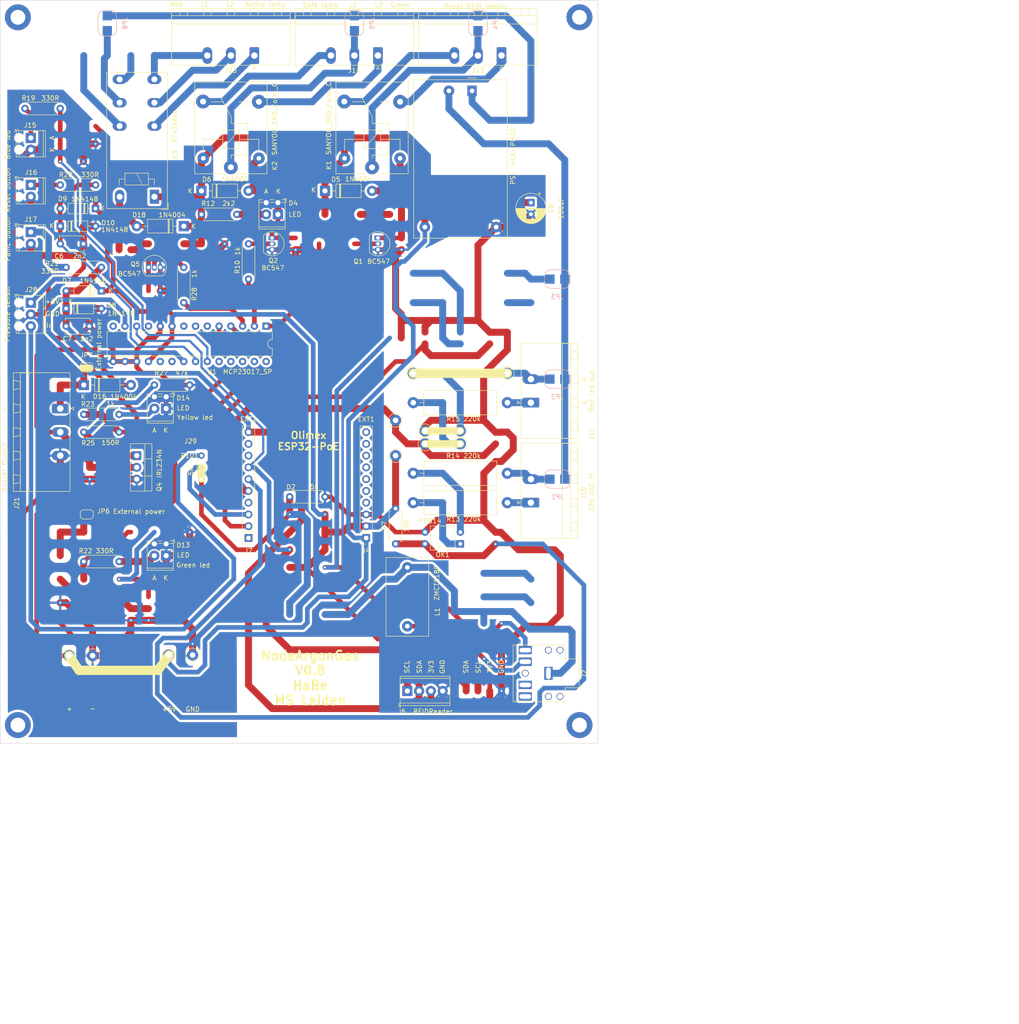
<source format=kicad_pcb>
(kicad_pcb (version 20171130) (host pcbnew 5.1.10-88a1d61d58~90~ubuntu20.04.1)
  (title_block (title "Node Argon Gas") (date 2021-07-31) (rev V0.1) (company "MakerSpace Leiden") (comment 1 "Getekend door: Hans Beerman"))
  (layers (0 F.Cu signal) (31 B.Cu signal) (34 B.Paste user) (35 F.Paste user) (36 B.SilkS user) (37 F.SilkS user) (38 B.Mask user) (39 F.Mask user) (44 Edge.Cuts user))
  (net 0 "")
  (net 1 GND)
  (net 2 Switch1)
  (net 3 Switch2)
  (net 4 Switch3)
  (net 5 GPIO32)
  (net 6 GPIO33)
  (net 7 GPI36_U1RXD)
  (net 8 +5V)
  (net 9 "Net-(D3-Pad2)")
  (net 10 GPI35)
  (net 11 +3V3)
  (net 12 "Net-(D17-Pad2)")
  (net 13 "Net-(D17-Pad1)")
  (net 14 GPIO5_SPI_C5)
  (net 15 GPIO4_U1TXD)
  (net 16 GPIO3_U0RXD)
  (net 17 GPIO2_HS2_DATA0)
  (net 18 GPIO1_U0TXD)
  (net 19 GPIO0)
  (net 20 ESP_EN)
  (net 21 GPIO13_I2C-SDA)
  (net 22 GPIO14_HS2_CLK)
  (net 23 GPIO15_HS2_CMD)
  (net 24 GPIO16_I2C-SCL)
  (net 25 GPI34_BUT1)
  (net 26 GPI39)
  (net 27 "Net-(J11-Pad2)")
  (net 28 "Net-(J11-Pad1)")
  (net 29 "Net-(J12-Pad2)")
  (net 30 "Net-(J13-Pad3)")
  (net 31 "Net-(J13-Pad2)")
  (net 32 "Net-(J13-Pad1)")
  (net 33 "Net-(J14-Pad2)")
  (net 34 "Net-(J14-Pad1)")
  (net 35 "Net-(J15-Pad1)")
  (net 36 230VAC-N)
  (net 37 230VAC-L)
  (net 38 ExternalDCPower)
  (net 39 "Net-(OK1-Pad2)")
  (net 40 "Net-(OK1-Pad1)")
  (net 41 "Net-(OK2-Pad1)")
  (net 42 "Net-(OK3-Pad2)")
  (net 43 "Net-(OK3-Pad1)")
  (net 44 "Net-(Q1-Pad2)")
  (net 45 "Net-(Q2-Pad2)")
  (net 46 "Net-(Q3-Pad1)")
  (net 47 "Net-(Q4-Pad1)")
  (net 48 "Net-(Q5-Pad2)")
  (net 49 Relay1)
  (net 50 Relay2)
  (net 51 FET1)
  (net 52 FET2)
  (net 53 Relay3)
  (net 54 "Net-(U1-Pad28)")
  (net 55 "Net-(U1-Pad14)")
  (net 56 "Net-(U1-Pad27)")
  (net 57 "Net-(U1-Pad26)")
  (net 58 "Net-(U1-Pad25)")
  (net 59 "Net-(U1-Pad11)")
  (net 60 "Net-(U1-Pad24)")
  (net 61 "Net-(U1-Pad8)")
  (net 62 "Net-(U1-Pad7)")
  (net 63 "Net-(U1-Pad20)")
  (net 64 "Net-(U1-Pad6)")
  (net 65 "Net-(U1-Pad19)")
  (net 66 "Net-(C1-Pad1)")
  (net 67 "Net-(D3-Pad1)")
  (net 68 "Net-(D4-Pad2)")
  (net 69 "Net-(D4-Pad1)")
  (net 70 "Net-(D13-Pad2)")
  (net 71 "Net-(D14-Pad2)")
  (net 72 "Net-(D15-Pad2)")
  (net 73 "Net-(D15-Pad1)")
  (net 74 "Net-(D16-Pad2)")
  (net 75 "Net-(D16-Pad1)")
  (net 76 "Net-(J1-Pad2)")
  (net 77 "Net-(J1-Pad1)")
  (net 78 "Net-(J2-PadS)")
  (net 79 "Net-(J2-PadR)")
  (net 80 "Net-(J2-PadTN)")
  (net 81 "Net-(J2-PadRN)")
  (net 82 "Net-(J10-Pad2)")
  (net 83 "Net-(J10-Pad1)")
  (net 84 "Net-(J14-Pad3)")
  (net 85 "Net-(J16-Pad1)")
  (net 86 "Net-(J17-Pad1)")
  (net 87 "Net-(J23-Pad3)")
  (net 88 "Net-(J23-Pad2)")
  (net 89 "Net-(J23-Pad1)")
  (net 90 "Net-(J24-Pad3)")
  (net 91 "Net-(J24-Pad2)")
  (net 92 "Net-(J24-Pad1)")
  (net 93 "Net-(D1-Pad2)")
  (net 94 "Net-(J28-Pad3)")
  (module Connector_Phoenix_MSTB:PhoenixContact_MSTB_2,5_3-GF-5,08_1x03_P5.08mm_Horizontal_ThreadedFlange (layer F.Cu) (at 43.18 109.22 270)
    (fp_text reference J21 (at 20.447 9.398 90) (layer F.SilkS))
    (fp_text value "Buzzer Output   -    +" (at 8.763 12.065 90) (layer F.SilkS))
    (pad 3 thru_hole oval (at 10.16 0 270) (size 2.08 3.6) (drill 1.4) (layers *.Cu *.Mask) (net 74 "Net-(D16-Pad2)"))
    (pad 2 thru_hole oval (at 5.08 0 270) (size 2.08 3.6) (drill 1.4) (layers *.Cu *.Mask) (net 75 "Net-(D16-Pad1)"))
    (pad 1 thru_hole roundrect (at 0 0 270) (size 2.08 3.6) (drill 1.4) (layers *.Cu *.Mask) (roundrect_rratio 0.120192) (net 75 "Net-(D16-Pad1)"))
  )
  (module Resistor_THT:R_Axial_DIN0204_L3.6mm_D1.6mm_P5.08mm_Horizontal (layer F.Cu) (at 73.66 119.38 270)
    (fp_text reference J29 (at -3.1115 2.3495) (layer F.SilkS))
    (fp_text value 5K (at 3.302 2.2225 90) (layer F.SilkS))
    (fp_text user R101 (at 0 2.54) (layer F.SilkS))
    (pad 2 thru_hole oval (at 5.08 0 270) (size 1.4 1.4) (drill 0.7) (layers *.Cu *.Mask) (net 10 GPI35))
    (pad 1 thru_hole circle (at 0 0 270) (size 1.4 1.4) (drill 0.7) (layers *.Cu *.Mask) (net 94 "Net-(J28-Pad3)"))
  )
  (module Package_TO_SOT_THT:TO-220-3_Vertical (layer F.Cu) (at 59.69 119.38 270)
    (fp_text reference Q4 (at 6.731 -4.826 90) (layer F.SilkS))
    (fp_text value IRLZ34N (at 1.7145 -4.8895 90) (layer F.SilkS))
    (pad 3 thru_hole oval (at 5.08 0 270) (size 1.905 2) (drill 1.1) (layers *.Cu *.Mask) (net 1 GND))
    (pad 2 thru_hole oval (at 2.54 0 270) (size 1.905 2) (drill 1.1) (layers *.Cu *.Mask) (net 74 "Net-(D16-Pad2)"))
    (pad 1 thru_hole rect (at 0 0 270) (size 1.905 2) (drill 1.1) (layers *.Cu *.Mask) (net 47 "Net-(Q4-Pad1)"))
  )
  (module TerminalBlock_Phoenix:TerminalBlock_Phoenix_MPT-0,5-2-2.54_1x02_P2.54mm_Horizontal (layer F.Cu) (at 66.04 109.22 180)
    (fp_text reference D14 (at -3.683 2.286) (layer F.SilkS))
    (fp_text value LED (at -3.683 0.127) (layer F.SilkS))
    (pad "" np_thru_hole circle (at 2.54 2.54 180) (size 1.1 1.1) (drill 1.1) (layers *.Cu *.Mask))
    (pad 2 thru_hole circle (at 2.54 0 180) (size 2.2 2.2) (drill 1.1) (layers *.Cu *.Mask) (net 71 "Net-(D14-Pad2)"))
    (pad "" np_thru_hole circle (at 0 2.54 180) (size 1.1 1.1) (drill 1.1) (layers *.Cu *.Mask))
    (pad 1 thru_hole rect (at 0 0 180) (size 2.2 2.2) (drill 1.1) (layers *.Cu *.Mask) (net 1 GND))
  )
  (module TerminalBlock_Phoenix:TerminalBlock_Phoenix_MPT-0,5-2-2.54_1x02_P2.54mm_Horizontal (layer F.Cu) (at 66.04 140.97 180)
    (fp_text reference D13 (at -3.683 2.286) (layer F.SilkS))
    (fp_text value LED (at -3.683 0.127) (layer F.SilkS))
    (pad "" np_thru_hole circle (at 2.54 2.54 180) (size 1.1 1.1) (drill 1.1) (layers *.Cu *.Mask))
    (pad 2 thru_hole circle (at 2.54 0 180) (size 2.2 2.2) (drill 1.1) (layers *.Cu *.Mask) (net 70 "Net-(D13-Pad2)"))
    (pad "" np_thru_hole circle (at 0 2.54 180) (size 1.1 1.1) (drill 1.1) (layers *.Cu *.Mask))
    (pad 1 thru_hole rect (at 0 0 180) (size 2.2 2.2) (drill 1.1) (layers *.Cu *.Mask) (net 1 GND))
  )
  (module Connector_Pin:Pin_D1.0mm_L10.0mm_LooseFit (layer F.Cu) (at 66.548 162.433)
    (fp_text reference REF** hide)
    (fp_text value Pin_D1.0mm_L10.0mm_LooseFit hide)
    (pad 1 thru_hole circle (at 0 0) (size 2.4 2.4) (drill 1.2) (layers *.Cu *.Mask))
  )
  (module Connector_Pin:Pin_D1.0mm_L10.0mm_LooseFit (layer F.Cu) (at 71.755 162.433)
    (fp_text reference REF** hide)
    (fp_text value Pin_D1.0mm_L10.0mm_LooseFit hide)
    (pad 1 thru_hole circle (at 0 0) (size 2.4 2.4) (drill 1.2) (layers *.Cu *.Mask))
  )
  (module Connector_Pin:Pin_D1.0mm_L10.0mm_LooseFit (layer F.Cu) (at 45.085 162.56)
    (fp_text reference REF** hide)
    (fp_text value Pin_D1.0mm_L10.0mm_LooseFit hide)
    (pad 1 thru_hole circle (at 0 0) (size 2.4 2.4) (drill 1.2) (layers *.Cu *.Mask))
  )
  (module Connector_Pin:Pin_D1.0mm_L10.0mm_LooseFit (layer F.Cu) (at 50.165 162.56)
    (fp_text reference REF** hide)
    (fp_text value Pin_D1.0mm_L10.0mm_LooseFit hide)
    (pad 1 thru_hole circle (at 0 0) (size 2.4 2.4) (drill 1.2) (layers *.Cu *.Mask))
  )
  (module "" (layer F.Cu) (at 157.226 113.538)
    (fp_text reference "" (at 92.71 128.27) (layer F.SilkS) (effects (font (size 1.27 1.27))))
    (fp_text value "" (at 92.71 128.27) (layer F.SilkS) (effects (font (size 1.27 1.27))))
  )
  (module Resistor_THT:R_Axial_DIN0207_L6.3mm_D2.5mm_P7.62mm_Horizontal (layer F.Cu) (at 92.71 128.27)
    (fp_text reference D2 (at 0.254 -2.12) (layer F.SilkS))
    (fp_text value 5k (at 5.2705 -2.159) (layer F.SilkS))
    (pad 2 thru_hole oval (at 7.62 0) (size 1.6 1.6) (drill 0.8) (layers *.Cu *.Mask) (net 1 GND))
    (pad 1 thru_hole circle (at 0 0) (size 1.6 1.6) (drill 0.8) (layers *.Cu *.Mask) (net 93 "Net-(D1-Pad2)"))
  )
  (module Connector_Pin:Pin_D1.0mm_L10.0mm_LooseFit (layer F.Cu) (at 121.92 116.84)
    (fp_text reference REF** hide)
    (fp_text value Pin_D1.0mm_L10.0mm_LooseFit hide)
    (pad 1 thru_hole circle (at 0 0) (size 2.4 2.4) (drill 1.2) (layers *.Cu *.Mask))
  )
  (module Connector_Pin:Pin_D1.0mm_L10.0mm_LooseFit (layer F.Cu) (at 121.92 114.046)
    (fp_text reference REF** hide)
    (fp_text value Pin_D1.0mm_L10.0mm_LooseFit hide)
    (pad 1 thru_hole circle (at 0 0) (size 2.4 2.4) (drill 1.2) (layers *.Cu *.Mask))
  )
  (module Connector_Pin:Pin_D1.0mm_L10.0mm_LooseFit (layer F.Cu) (at 129.54 116.84)
    (fp_text reference REF** hide)
    (fp_text value Pin_D1.0mm_L10.0mm_LooseFit hide)
    (pad 1 thru_hole circle (at 0 0) (size 2.4 2.4) (drill 1.2) (layers *.Cu *.Mask))
  )
  (module Connector_Pin:Pin_D1.0mm_L10.0mm_LooseFit (layer F.Cu) (at 129.54 114.046)
    (fp_text reference REF** hide)
    (fp_text value Pin_D1.0mm_L10.0mm_LooseFit hide)
    (pad 1 thru_hole circle (at 0 0) (size 2.4 2.4) (drill 1.2) (layers *.Cu *.Mask))
  )
  (module Connector_Pin:Pin_D1.0mm_L10.0mm_LooseFit (layer F.Cu) (at 115.57 119.38)
    (fp_text reference REF** hide)
    (fp_text value Pin_D1.0mm_L10.0mm_LooseFit hide)
    (pad 1 thru_hole circle (at 0 0) (size 2.4 2.4) (drill 1.2) (layers *.Cu *.Mask))
  )
  (module Connector_Pin:Pin_D1.0mm_L10.0mm_LooseFit (layer F.Cu) (at 115.57 111.76)
    (fp_text reference REF** hide)
    (fp_text value Pin_D1.0mm_L10.0mm_LooseFit hide)
    (pad 1 thru_hole circle (at 0 0) (size 2.4 2.4) (drill 1.2) (layers *.Cu *.Mask))
  )
  (module Connector_Pin:Pin_D1.0mm_L10.0mm_LooseFit (layer F.Cu) (at 139.7 101.6)
    (fp_text reference REF** hide)
    (fp_text value Pin_D1.0mm_L10.0mm_LooseFit hide)
    (pad 1 thru_hole circle (at 0 0) (size 2.4 2.4) (drill 1.2) (layers *.Cu *.Mask))
  )
  (module Connector_Pin:Pin_D1.0mm_L10.0mm_LooseFit (layer F.Cu) (at 119.38 101.6)
    (fp_text reference REF** hide)
    (fp_text value Pin_D1.0mm_L10.0mm_LooseFit hide)
    (pad 1 thru_hole circle (at 0 0) (size 2.4 2.4) (drill 1.2) (layers *.Cu *.Mask))
  )
  (module TerminalBlock_Phoenix:TerminalBlock_Phoenix_MPT-0,5-2-2.54_1x02_P2.54mm_Horizontal (layer F.Cu) (at 90.17 67.31 180)
    (fp_text reference D4 (at -3.302 2.413) (layer F.SilkS))
    (fp_text value LED (at -3.683 0) (layer F.SilkS))
    (pad "" np_thru_hole circle (at 2.54 2.54 180) (size 1.1 1.1) (drill 1.1) (layers *.Cu *.Mask))
    (pad 2 thru_hole circle (at 2.54 0 180) (size 2.2 2.2) (drill 1.1) (layers *.Cu *.Mask) (net 68 "Net-(D4-Pad2)"))
    (pad "" np_thru_hole circle (at 0 2.54 180) (size 1.1 1.1) (drill 1.1) (layers *.Cu *.Mask))
    (pad 1 thru_hole rect (at 0 0 180) (size 2.2 2.2) (drill 1.1) (layers *.Cu *.Mask) (net 69 "Net-(D4-Pad1)"))
  )
  (module Footprints:Jack_3.5mm_CUI_FEMPM_Horizontal (layer F.Cu) (at 149.86 166.37 270)
    (fp_text reference J2 (at 0.1 -6.45 90) (layer F.SilkS))
    (fp_text value "Current coil in")
    (pad "" np_thru_hole circle (at 0 6.3 270) (size 1.5 1.5) (drill 1.2) (layers *.Cu *.Mask))
    (pad "" np_thru_hole circle (at -5 1.3 270) (size 1.5 1.5) (drill 1.2) (layers *.Cu *.Mask))
    (pad "" np_thru_hole circle (at 5 1.3 270) (size 1.5 1.5) (drill 1.2) (layers *.Cu *.Mask))
    (pad "" np_thru_hole circle (at 5 -1.2 270) (size 1.5 1.5) (drill 1.2) (layers *.Cu *.Mask))
    (pad "" np_thru_hole circle (at -5 -1.2 270) (size 1.5 1.5) (drill 1.2) (layers *.Cu *.Mask))
    (pad S thru_hole rect (at 0 1.3 270) (size 2.8 1.8) (drill oval 2.5 1) (layers *.Cu *.Mask) (net 78 "Net-(J2-PadS)"))
    (pad T thru_hole rect (at -5 6.3 180) (size 2.8 1.8) (drill oval 2.5 1) (layers *.Cu *.Mask) (net 66 "Net-(C1-Pad1)"))
    (pad R thru_hole rect (at 5 6.3) (size 2.8 1.8) (drill oval 2.5 1) (layers *.Cu *.Mask) (net 79 "Net-(J2-PadR)"))
    (pad TN thru_hole rect (at -2.5 6.3) (size 2.8 1.8) (drill oval 2.5 1) (layers *.Cu *.Mask) (net 80 "Net-(J2-PadTN)"))
    (pad RN thru_hole rect (at 2.5 6.3) (size 2.8 1.8) (drill oval 2.5 1) (layers *.Cu *.Mask) (net 81 "Net-(J2-PadRN)"))
  )
  (module MountingHole:MountingHole_3.2mm_M3_DIN965_Pad (layer F.Cu) (at 155.2575 177.546)
    (fp_text reference REF** hide)
    (fp_text value MountingHole_3.2mm_M3_DIN965_Pad hide)
    (pad 1 thru_hole circle (at 0 0) (size 5.6 5.6) (drill 3.2) (layers *.Cu *.Mask))
  )
  (module MountingHole:MountingHole_3.2mm_M3_DIN965_Pad (layer F.Cu) (at 34.036 177.546)
    (fp_text reference REF** hide)
    (fp_text value MountingHole_3.2mm_M3_DIN965_Pad hide)
    (pad 1 thru_hole circle (at 0 0) (size 5.6 5.6) (drill 3.2) (layers *.Cu *.Mask))
  )
  (module MountingHole:MountingHole_3.2mm_M3_DIN965_Pad (layer F.Cu) (at 155.2575 24.765)
    (fp_text reference REF** hide)
    (fp_text value MountingHole_3.2mm_M3_DIN965_Pad hide)
    (pad 1 thru_hole circle (at 0 0) (size 5.6 5.6) (drill 3.2) (layers *.Cu *.Mask))
  )
  (module MountingHole:MountingHole_3.2mm_M3_DIN965_Pad (layer F.Cu) (at 34.036 24.765)
    (fp_text reference REF** hide)
    (fp_text value MountingHole_3.2mm_M3_DIN965_Pad hide)
    (pad 1 thru_hole circle (at 0 0) (size 5.6 5.6) (drill 3.2) (layers *.Cu *.Mask))
  )
  (module Footprints:SolderJumper-2_P3mm_Open_RoundedPad (layer B.Cu) (at 53.34 26.035 90)
    (fp_text reference JP8 (at 0 3.81 90) (layer B.SilkS) (effects (justify mirror)))
    (fp_text value 230VAC-L)
    (pad 1 smd custom (at -1.6 0 90) (size 2 2) (layers B.Cu B.Mask) (net 91 "Net-(J24-Pad2)") (options (clearance outline) (anchor rect)) (primitives (gr_circle (center 0 -0.25) (end 0.5 -0.25) (width 0)) (gr_circle (center 0 0.25) (end 0.5 0.25) (width 0)) (gr_poly (pts (xy 0 0.75) (xy 0.5 0.75) (xy 0.5 -0.75) (xy 0 -0.75)) (width 0))))
    (pad 2 smd custom (at 1.6 0 90) (size 2 2) (layers B.Cu B.Paste B.Mask) (net 37 230VAC-L) (options (clearance outline) (anchor rect)) (primitives (gr_circle (center 0 -0.25) (end 0.5 -0.25) (width 0)) (gr_circle (center 0 0.25) (end 0.5 0.25) (width 0)) (gr_poly (pts (xy 0 0.75) (xy -0.5 0.75) (xy -0.5 -0.75) (xy 0 -0.75)) (width 0))))
  )
  (module Footprints:SolderJumper-2_P3mm_Open_RoundedPad (layer B.Cu) (at 106.68 26.035 90)
    (fp_text reference JP5 (at 0 3.81 90) (layer B.SilkS) (effects (justify mirror)))
    (fp_text value 230VAC-L)
    (pad 1 smd custom (at -1.6 0 90) (size 2 2) (layers B.Cu B.Mask) (net 33 "Net-(J14-Pad2)") (options (clearance outline) (anchor rect)) (primitives (gr_circle (center 0 -0.25) (end 0.5 -0.25) (width 0)) (gr_circle (center 0 0.25) (end 0.5 0.25) (width 0)) (gr_poly (pts (xy 0 0.75) (xy 0.5 0.75) (xy 0.5 -0.75) (xy 0 -0.75)) (width 0))))
    (pad 2 smd custom (at 1.6 0 90) (size 2 2) (layers B.Cu B.Paste B.Mask) (net 37 230VAC-L) (options (clearance outline) (anchor rect)) (primitives (gr_circle (center 0 -0.25) (end 0.5 -0.25) (width 0)) (gr_circle (center 0 0.25) (end 0.5 0.25) (width 0)) (gr_poly (pts (xy 0 0.75) (xy -0.5 0.75) (xy -0.5 -0.75) (xy 0 -0.75)) (width 0))))
  )
  (module Footprints:SolderJumper-2_P3mm_Open_RoundedPad (layer B.Cu) (at 133.35 26.035 90)
    (fp_text reference JP4 (at 0 3.81 90) (layer B.SilkS) (effects (justify mirror)))
    (fp_text value 230VAC-L)
    (pad 1 smd custom (at -1.6 0 90) (size 2 2) (layers B.Cu B.Mask) (net 31 "Net-(J13-Pad2)") (options (clearance outline) (anchor rect)) (primitives (gr_circle (center 0 -0.25) (end 0.5 -0.25) (width 0)) (gr_circle (center 0 0.25) (end 0.5 0.25) (width 0)) (gr_poly (pts (xy 0 0.75) (xy 0.5 0.75) (xy 0.5 -0.75) (xy 0 -0.75)) (width 0))))
    (pad 2 smd custom (at 1.6 0 90) (size 2 2) (layers B.Cu B.Paste B.Mask) (net 37 230VAC-L) (options (clearance outline) (anchor rect)) (primitives (gr_circle (center 0 -0.25) (end 0.5 -0.25) (width 0)) (gr_circle (center 0 0.25) (end 0.5 0.25) (width 0)) (gr_poly (pts (xy 0 0.75) (xy -0.5 0.75) (xy -0.5 -0.75) (xy 0 -0.75)) (width 0))))
  )
  (module Footprints:SolderJumper-2_P3mm_Open_RoundedPad (layer B.Cu) (at 150.495 81.28)
    (fp_text reference JP3 (at 0 3.81) (layer B.SilkS) (effects (justify mirror)))
    (fp_text value 230VAC-N)
    (pad 1 smd custom (at -1.6 0) (size 2 2) (layers B.Cu B.Mask) (net 29 "Net-(J12-Pad2)") (options (clearance outline) (anchor rect)) (primitives (gr_circle (center 0 -0.25) (end 0.5 -0.25) (width 0)) (gr_circle (center 0 0.25) (end 0.5 0.25) (width 0)) (gr_poly (pts (xy 0 0.75) (xy 0.5 0.75) (xy 0.5 -0.75) (xy 0 -0.75)) (width 0))))
    (pad 2 smd custom (at 1.6 0) (size 2 2) (layers B.Cu B.Paste B.Mask) (net 36 230VAC-N) (options (clearance outline) (anchor rect)) (primitives (gr_circle (center 0 -0.25) (end 0.5 -0.25) (width 0)) (gr_circle (center 0 0.25) (end 0.5 0.25) (width 0)) (gr_poly (pts (xy 0 0.75) (xy -0.5 0.75) (xy -0.5 -0.75) (xy 0 -0.75)) (width 0))))
  )
  (module Footprints:SolderJumper-2_P3mm_Open_RoundedPad (layer B.Cu) (at 150.495 102.87)
    (fp_text reference JP2 (at 0 3.81) (layer B.SilkS) (effects (justify mirror)))
    (fp_text value 230VAC-N)
    (pad 1 smd custom (at -1.6 0) (size 2 2) (layers B.Cu B.Mask) (net 27 "Net-(J11-Pad2)") (options (clearance outline) (anchor rect)) (primitives (gr_circle (center 0 -0.25) (end 0.5 -0.25) (width 0)) (gr_circle (center 0 0.25) (end 0.5 0.25) (width 0)) (gr_poly (pts (xy 0 0.75) (xy 0.5 0.75) (xy 0.5 -0.75) (xy 0 -0.75)) (width 0))))
    (pad 2 smd custom (at 1.6 0) (size 2 2) (layers B.Cu B.Paste B.Mask) (net 36 230VAC-N) (options (clearance outline) (anchor rect)) (primitives (gr_circle (center 0 -0.25) (end 0.5 -0.25) (width 0)) (gr_circle (center 0 0.25) (end 0.5 0.25) (width 0)) (gr_poly (pts (xy 0 0.75) (xy -0.5 0.75) (xy -0.5 -0.75) (xy 0 -0.75)) (width 0))))
  )
  (module Footprints:SolderJumper-2_P3mm_Open_RoundedPad (layer B.Cu) (at 150.495 124.46)
    (fp_text reference JP1 (at 0 3.81) (layer B.SilkS) (effects (justify mirror)))
    (fp_text value 230VAC-N)
    (pad 1 smd custom (at -1.6 0) (size 2 2) (layers B.Cu B.Mask) (net 82 "Net-(J10-Pad2)") (options (clearance outline) (anchor rect)) (primitives (gr_circle (center 0 -0.25) (end 0.5 -0.25) (width 0)) (gr_circle (center 0 0.25) (end 0.5 0.25) (width 0)) (gr_poly (pts (xy 0 0.75) (xy 0.5 0.75) (xy 0.5 -0.75) (xy 0 -0.75)) (width 0))))
    (pad 2 smd custom (at 1.6 0) (size 2 2) (layers B.Cu B.Paste B.Mask) (net 36 230VAC-N) (options (clearance outline) (anchor rect)) (primitives (gr_circle (center 0 -0.25) (end 0.5 -0.25) (width 0)) (gr_circle (center 0 0.25) (end 0.5 0.25) (width 0)) (gr_poly (pts (xy 0 0.75) (xy -0.5 0.75) (xy -0.5 -0.75) (xy 0 -0.75)) (width 0))))
  )
  (module Relay_THT:Relay_DPDT_Schrack-RT2-FormC_RM5mm (layer F.Cu) (at 63.5 63.5 90)
    (fp_text reference K3 (at 9.0805 4.445 90) (layer F.SilkS))
    (fp_text value RT42xAxx (at 15.1765 4.3815 90) (layer F.SilkS))
    (pad 14 thru_hole oval (at 25.34 0 270) (size 2 3) (drill 1.3) (layers *.Cu *.Mask) (net 87 "Net-(J23-Pad3)"))
    (pad 21 thru_hole oval (at 20.3 -7.5 270) (size 2 3) (drill 1.3) (layers *.Cu *.Mask) (net 91 "Net-(J24-Pad2)"))
    (pad 12 thru_hole oval (at 15.26 0 270) (size 2 3) (drill 1.3) (layers *.Cu *.Mask) (net 89 "Net-(J23-Pad1)"))
    (pad 22 thru_hole oval (at 15.26 -7.5 270) (size 2 3) (drill 1.3) (layers *.Cu *.Mask) (net 90 "Net-(J24-Pad3)"))
    (pad 24 thru_hole oval (at 25.34 -7.5 270) (size 2 3) (drill 1.3) (layers *.Cu *.Mask) (net 92 "Net-(J24-Pad1)"))
    (pad 11 thru_hole oval (at 20.3 0 270) (size 2 3) (drill 1.3) (layers *.Cu *.Mask) (net 88 "Net-(J23-Pad2)"))
    (pad A2 thru_hole oval (at 0 -7.5 270) (size 3 2) (drill 1.3) (layers *.Cu *.Mask) (net 13 "Net-(D17-Pad1)"))
    (pad A1 thru_hole rect (at 0 0 270) (size 3 2) (drill 1.3) (layers *.Cu *.Mask) (net 8 +5V))
  )
  (module TerminalBlock_Phoenix:TerminalBlock_Phoenix_MPT-0,5-3-2.54_1x03_P2.54mm_Horizontal (layer F.Cu) (at 36.83 86.36 270)
    (fp_text reference J28 (at -2.794 -0.0635 180) (layer F.SilkS))
    (fp_text value "Pressure sensor" (at 2.3495 5.0165 90) (layer F.SilkS))
    (pad "" np_thru_hole circle (at 5.08 2.54 270) (size 1.1 1.1) (drill 1.1) (layers *.Cu *.Mask))
    (pad 3 thru_hole circle (at 5.08 0 270) (size 2.2 2.2) (drill 1.1) (layers *.Cu *.Mask) (net 94 "Net-(J28-Pad3)"))
    (pad "" np_thru_hole circle (at 2.54 2.54 270) (size 1.1 1.1) (drill 1.1) (layers *.Cu *.Mask))
    (pad 2 thru_hole circle (at 2.54 0 270) (size 2.2 2.2) (drill 1.1) (layers *.Cu *.Mask) (net 1 GND))
    (pad "" np_thru_hole circle (at 0 2.54 270) (size 1.1 1.1) (drill 1.1) (layers *.Cu *.Mask))
    (pad 1 thru_hole rect (at 0 0 270) (size 2.2 2.2) (drill 1.1) (layers *.Cu *.Mask) (net 11 +3V3))
  )
  (module TerminalBlock_Phoenix:TerminalBlock_Phoenix_MPT-0,5-2-2.54_1x02_P2.54mm_Horizontal (layer F.Cu) (at 36.83 71.12 270)
    (fp_text reference J17 (at -2.7305 0 180) (layer F.SilkS))
    (fp_text value "Panic button" (at 1.524 4.953 90) (layer F.SilkS))
    (pad "" np_thru_hole circle (at 2.54 2.54 270) (size 1.1 1.1) (drill 1.1) (layers *.Cu *.Mask))
    (pad 2 thru_hole circle (at 2.54 0 270) (size 2.2 2.2) (drill 1.1) (layers *.Cu *.Mask) (net 1 GND))
    (pad "" np_thru_hole circle (at 0 2.54 270) (size 1.1 1.1) (drill 1.1) (layers *.Cu *.Mask))
    (pad 1 thru_hole rect (at 0 0 270) (size 2.2 2.2) (drill 1.1) (layers *.Cu *.Mask) (net 86 "Net-(J17-Pad1)"))
  )
  (module TerminalBlock_Phoenix:TerminalBlock_Phoenix_MPT-0,5-2-2.54_1x02_P2.54mm_Horizontal (layer F.Cu) (at 36.83 60.96 270)
    (fp_text reference J16 (at -2.7305 -0.0635 180) (layer F.SilkS))
    (fp_text value "Reset button" (at 1.0795 4.953 90) (layer F.SilkS))
    (pad "" np_thru_hole circle (at 2.54 2.54 270) (size 1.1 1.1) (drill 1.1) (layers *.Cu *.Mask))
    (pad 2 thru_hole circle (at 2.54 0 270) (size 2.2 2.2) (drill 1.1) (layers *.Cu *.Mask) (net 1 GND))
    (pad "" np_thru_hole circle (at 0 2.54 270) (size 1.1 1.1) (drill 1.1) (layers *.Cu *.Mask))
    (pad 1 thru_hole rect (at 0 0 270) (size 2.2 2.2) (drill 1.1) (layers *.Cu *.Mask) (net 85 "Net-(J16-Pad1)"))
  )
  (module TerminalBlock_Phoenix:TerminalBlock_Phoenix_MPT-0,5-2-2.54_1x02_P2.54mm_Horizontal (layer F.Cu) (at 36.83 50.8 270)
    (fp_text reference J15 (at -2.7305 0.127 180) (layer F.SilkS))
    (fp_text value "Blue led" (at 1.4605 4.953 90) (layer F.SilkS))
    (pad "" np_thru_hole circle (at 2.54 2.54 270) (size 1.1 1.1) (drill 1.1) (layers *.Cu *.Mask))
    (pad 2 thru_hole circle (at 2.54 0 270) (size 2.2 2.2) (drill 1.1) (layers *.Cu *.Mask) (net 1 GND))
    (pad "" np_thru_hole circle (at 0 2.54 270) (size 1.1 1.1) (drill 1.1) (layers *.Cu *.Mask))
    (pad 1 thru_hole rect (at 0 0 270) (size 2.2 2.2) (drill 1.1) (layers *.Cu *.Mask) (net 35 "Net-(J15-Pad1)"))
  )
  (module TerminalBlock_Phoenix:TerminalBlock_Phoenix_MPT-0,5-4-2.54_1x04_P2.54mm_Horizontal (layer F.Cu) (at 118.11 170.18)
    (fp_text reference J6 (at -1.2065 4.445) (layer F.SilkS))
    (fp_text value RFIDReader (at 5.5245 4.445) (layer F.SilkS))
    (pad 4 thru_hole circle (at 7.62 0) (size 2.2 2.2) (drill 1.1) (layers *.Cu *.Mask) (net 1 GND))
    (pad 3 thru_hole circle (at 5.08 0) (size 2.2 2.2) (drill 1.1) (layers *.Cu *.Mask) (net 11 +3V3))
    (pad 2 thru_hole circle (at 2.54 0) (size 2.2 2.2) (drill 1.1) (layers *.Cu *.Mask) (net 21 GPIO13_I2C-SDA))
    (pad 1 thru_hole rect (at 0 0) (size 2.2 2.2) (drill 1.1) (layers *.Cu *.Mask) (net 24 GPIO16_I2C-SCL))
  )
  (module Package_DIP:DIP-4_W7.62mm (layer F.Cu) (at 129.54 138.43 180)
    (fp_text reference OK1 (at 3.81 -2.33) (layer F.SilkS))
    (fp_text value PC814 (at 6.5405 4.953) (layer F.SilkS))
    (pad 4 thru_hole oval (at 7.62 0 180) (size 1.6 1.6) (drill 0.8) (layers *.Cu *.Mask) (net 5 GPIO32))
    (pad 2 thru_hole oval (at 0 2.54 180) (size 1.6 1.6) (drill 0.8) (layers *.Cu *.Mask) (net 39 "Net-(OK1-Pad2)"))
    (pad 3 thru_hole oval (at 7.62 2.54 180) (size 1.6 1.6) (drill 0.8) (layers *.Cu *.Mask) (net 1 GND))
    (pad 1 thru_hole rect (at 0 0 180) (size 1.6 1.6) (drill 0.8) (layers *.Cu *.Mask) (net 40 "Net-(OK1-Pad1)"))
  )
  (module Package_DIP:DIP-28_W7.62mm (layer F.Cu) (at 87.63 91.44 270)
    (fp_text reference U1 (at 9.8425 11.684 180) (layer F.SilkS))
    (fp_text value MCP23017_SP (at 9.8425 4.0005 180) (layer F.SilkS))
    (pad 28 thru_hole oval (at 7.62 0 270) (size 1.6 1.6) (drill 0.8) (layers *.Cu *.Mask) (net 54 "Net-(U1-Pad28)"))
    (pad 14 thru_hole oval (at 0 33.02 270) (size 1.6 1.6) (drill 0.8) (layers *.Cu *.Mask) (net 55 "Net-(U1-Pad14)"))
    (pad 27 thru_hole oval (at 7.62 2.54 270) (size 1.6 1.6) (drill 0.8) (layers *.Cu *.Mask) (net 56 "Net-(U1-Pad27)"))
    (pad 13 thru_hole oval (at 0 30.48 270) (size 1.6 1.6) (drill 0.8) (layers *.Cu *.Mask) (net 21 GPIO13_I2C-SDA))
    (pad 26 thru_hole oval (at 7.62 5.08 270) (size 1.6 1.6) (drill 0.8) (layers *.Cu *.Mask) (net 57 "Net-(U1-Pad26)"))
    (pad 12 thru_hole oval (at 0 27.94 270) (size 1.6 1.6) (drill 0.8) (layers *.Cu *.Mask) (net 24 GPIO16_I2C-SCL))
    (pad 25 thru_hole oval (at 7.62 7.62 270) (size 1.6 1.6) (drill 0.8) (layers *.Cu *.Mask) (net 58 "Net-(U1-Pad25)"))
    (pad 11 thru_hole oval (at 0 25.4 270) (size 1.6 1.6) (drill 0.8) (layers *.Cu *.Mask) (net 59 "Net-(U1-Pad11)"))
    (pad 24 thru_hole oval (at 7.62 10.16 270) (size 1.6 1.6) (drill 0.8) (layers *.Cu *.Mask) (net 60 "Net-(U1-Pad24)"))
    (pad 10 thru_hole oval (at 0 22.86 270) (size 1.6 1.6) (drill 0.8) (layers *.Cu *.Mask) (net 1 GND))
    (pad 23 thru_hole oval (at 7.62 12.7 270) (size 1.6 1.6) (drill 0.8) (layers *.Cu *.Mask) (net 4 Switch3))
    (pad 9 thru_hole oval (at 0 20.32 270) (size 1.6 1.6) (drill 0.8) (layers *.Cu *.Mask) (net 11 +3V3))
    (pad 22 thru_hole oval (at 7.62 15.24 270) (size 1.6 1.6) (drill 0.8) (layers *.Cu *.Mask) (net 3 Switch2))
    (pad 8 thru_hole oval (at 0 17.78 270) (size 1.6 1.6) (drill 0.8) (layers *.Cu *.Mask) (net 61 "Net-(U1-Pad8)"))
    (pad 21 thru_hole oval (at 7.62 17.78 270) (size 1.6 1.6) (drill 0.8) (layers *.Cu *.Mask) (net 2 Switch1))
    (pad 7 thru_hole oval (at 0 15.24 270) (size 1.6 1.6) (drill 0.8) (layers *.Cu *.Mask) (net 62 "Net-(U1-Pad7)"))
    (pad 20 thru_hole oval (at 7.62 20.32 270) (size 1.6 1.6) (drill 0.8) (layers *.Cu *.Mask) (net 63 "Net-(U1-Pad20)"))
    (pad 6 thru_hole oval (at 0 12.7 270) (size 1.6 1.6) (drill 0.8) (layers *.Cu *.Mask) (net 64 "Net-(U1-Pad6)"))
    (pad 19 thru_hole oval (at 7.62 22.86 270) (size 1.6 1.6) (drill 0.8) (layers *.Cu *.Mask) (net 65 "Net-(U1-Pad19)"))
    (pad 5 thru_hole oval (at 0 10.16 270) (size 1.6 1.6) (drill 0.8) (layers *.Cu *.Mask) (net 52 FET2))
    (pad 18 thru_hole oval (at 7.62 25.4 270) (size 1.6 1.6) (drill 0.8) (layers *.Cu *.Mask) (net 11 +3V3))
    (pad 4 thru_hole oval (at 0 7.62 270) (size 1.6 1.6) (drill 0.8) (layers *.Cu *.Mask) (net 51 FET1))
    (pad 17 thru_hole oval (at 7.62 27.94 270) (size 1.6 1.6) (drill 0.8) (layers *.Cu *.Mask) (net 1 GND))
    (pad 3 thru_hole oval (at 0 5.08 270) (size 1.6 1.6) (drill 0.8) (layers *.Cu *.Mask) (net 53 Relay3))
    (pad 16 thru_hole oval (at 7.62 30.48 270) (size 1.6 1.6) (drill 0.8) (layers *.Cu *.Mask) (net 1 GND))
    (pad 2 thru_hole oval (at 0 2.54 270) (size 1.6 1.6) (drill 0.8) (layers *.Cu *.Mask) (net 50 Relay2))
    (pad 15 thru_hole oval (at 7.62 33.02 270) (size 1.6 1.6) (drill 0.8) (layers *.Cu *.Mask) (net 1 GND))
    (pad 1 thru_hole rect (at 0 0 270) (size 1.6 1.6) (drill 0.8) (layers *.Cu *.Mask) (net 49 Relay1))
  )
  (module Resistor_THT:R_Axial_DIN0207_L6.3mm_D2.5mm_P7.62mm_Horizontal (layer F.Cu) (at 69.85 78.74 270)
    (fp_text reference R28 (at 5.7785 -2.286 90) (layer F.SilkS))
    (fp_text value 1k (at 1.397 -2.286 90) (layer F.SilkS))
    (pad 2 thru_hole oval (at 7.62 0 270) (size 1.6 1.6) (drill 0.8) (layers *.Cu *.Mask) (net 53 Relay3))
    (pad 1 thru_hole circle (at 0 0 270) (size 1.6 1.6) (drill 0.8) (layers *.Cu *.Mask) (net 48 "Net-(Q5-Pad2)"))
  )
  (module Resistor_THT:R_Axial_DIN0207_L6.3mm_D2.5mm_P7.62mm_Horizontal (layer F.Cu) (at 115.57 130.81 270)
    (fp_text reference R7 (at 3.683 2.413 90) (layer F.SilkS))
    (fp_text value 10k (at 3.683 -2.286 90) (layer F.SilkS))
    (pad 2 thru_hole oval (at 7.62 0 270) (size 1.6 1.6) (drill 0.8) (layers *.Cu *.Mask) (net 5 GPIO32))
    (pad 1 thru_hole circle (at 0 0 270) (size 1.6 1.6) (drill 0.8) (layers *.Cu *.Mask) (net 11 +3V3))
  )
  (module Resistor_THT:R_Axial_DIN0207_L6.3mm_D2.5mm_P7.62mm_Horizontal (layer F.Cu) (at 63.5 104.14)
    (fp_text reference R27 (at 1.4605 -2.6035) (layer F.SilkS))
    (fp_text value 47k (at 5.9055 -2.6035) (layer F.SilkS))
    (pad 2 thru_hole oval (at 7.62 0) (size 1.6 1.6) (drill 0.8) (layers *.Cu *.Mask) (net 1 GND))
    (pad 1 thru_hole circle (at 0 0) (size 1.6 1.6) (drill 0.8) (layers *.Cu *.Mask) (net 47 "Net-(Q4-Pad1)"))
  )
  (module Resistor_THT:R_Axial_DIN0207_L6.3mm_D2.5mm_P7.62mm_Horizontal (layer F.Cu) (at 48.26 114.3)
    (fp_text reference R25 (at 0.9525 2.3495) (layer F.SilkS))
    (fp_text value 150R (at 5.7785 2.286) (layer F.SilkS))
    (pad 2 thru_hole oval (at 7.62 0) (size 1.6 1.6) (drill 0.8) (layers *.Cu *.Mask) (net 52 FET2))
    (pad 1 thru_hole circle (at 0 0) (size 1.6 1.6) (drill 0.8) (layers *.Cu *.Mask) (net 47 "Net-(Q4-Pad1)"))
  )
  (module Resistor_THT:R_Axial_DIN0207_L6.3mm_D2.5mm_P7.62mm_Horizontal (layer F.Cu) (at 35.56 44.45)
    (fp_text reference R19 (at 0.762 -2.2225) (layer F.SilkS))
    (fp_text value 330R (at 5.461 -2.2225) (layer F.SilkS))
    (pad 2 thru_hole oval (at 7.62 0) (size 1.6 1.6) (drill 0.8) (layers *.Cu *.Mask) (net 4 Switch3))
    (pad 1 thru_hole circle (at 0 0) (size 1.6 1.6) (drill 0.8) (layers *.Cu *.Mask) (net 35 "Net-(J15-Pad1)"))
  )
  (module Resistor_THT:R_Axial_DIN0207_L6.3mm_D2.5mm_P7.62mm_Horizontal (layer F.Cu) (at 43.18 60.96)
    (fp_text reference R20 (at 1.2065 -2.2225) (layer F.SilkS))
    (fp_text value 330R (at 6.4135 -2.2225) (layer F.SilkS))
    (pad 2 thru_hole oval (at 7.62 0) (size 1.6 1.6) (drill 0.8) (layers *.Cu *.Mask) (net 3 Switch2))
    (pad 1 thru_hole circle (at 0 0) (size 1.6 1.6) (drill 0.8) (layers *.Cu *.Mask) (net 85 "Net-(J16-Pad1)"))
  )
  (module Resistor_THT:R_Axial_DIN0207_L6.3mm_D2.5mm_P7.62mm_Horizontal (layer F.Cu) (at 48.26 110.49)
    (fp_text reference R23 (at 0.889 -2.2225) (layer F.SilkS))
    (fp_text value 1k (at 5.7785 -2.286) (layer F.SilkS))
    (pad 2 thru_hole oval (at 7.62 0) (size 1.6 1.6) (drill 0.8) (layers *.Cu *.Mask) (net 71 "Net-(D14-Pad2)"))
    (pad 1 thru_hole circle (at 0 0) (size 1.6 1.6) (drill 0.8) (layers *.Cu *.Mask) (net 52 FET2))
  )
  (module Resistor_THT:R_Axial_DIN0207_L6.3mm_D2.5mm_P7.62mm_Horizontal (layer F.Cu) (at 48.26 142.24)
    (fp_text reference R22 (at 0.381 -2.286) (layer F.SilkS))
    (fp_text value 330R (at 4.5085 -2.286) (layer F.SilkS))
    (pad 2 thru_hole oval (at 7.62 0) (size 1.6 1.6) (drill 0.8) (layers *.Cu *.Mask) (net 70 "Net-(D13-Pad2)"))
    (pad 1 thru_hole circle (at 0 0) (size 1.6 1.6) (drill 0.8) (layers *.Cu *.Mask) (net 51 FET1))
  )
  (module Resistor_THT:R_Axial_DIN0207_L6.3mm_D2.5mm_P7.62mm_Horizontal (layer F.Cu) (at 73.66 67.31)
    (fp_text reference R12 (at 1.4605 -2.3495) (layer F.SilkS))
    (fp_text value 2k2 (at 5.9055 -2.3495) (layer F.SilkS))
    (pad 2 thru_hole oval (at 7.62 0) (size 1.6 1.6) (drill 0.8) (layers *.Cu *.Mask) (net 68 "Net-(D4-Pad2)"))
    (pad 1 thru_hole circle (at 0 0) (size 1.6 1.6) (drill 0.8) (layers *.Cu *.Mask) (net 8 +5V))
  )
  (module Resistor_THT:R_Axial_DIN0207_L6.3mm_D2.5mm_P7.62mm_Horizontal (layer F.Cu) (at 83.82 73.66 270)
    (fp_text reference R10 (at 5.0165 2.413 90) (layer F.SilkS))
    (fp_text value 1k (at 1.5875 2.3495 90) (layer F.SilkS))
    (pad 2 thru_hole oval (at 7.62 0 270) (size 1.6 1.6) (drill 0.8) (layers *.Cu *.Mask) (net 50 Relay2))
    (pad 1 thru_hole circle (at 0 0 270) (size 1.6 1.6) (drill 0.8) (layers *.Cu *.Mask) (net 45 "Net-(Q2-Pad2)"))
  )
  (module Resistor_THT:R_Axial_DIN0516_L15.5mm_D5.0mm_P20.32mm_Horizontal (layer F.Cu) (at 139.7 107.95 180)
    (fp_text reference R15 (at 11.684 -3.4925) (layer F.SilkS))
    (fp_text value 220k (at 7.62 -3.4925) (layer F.SilkS))
    (pad 2 thru_hole oval (at 20.32 0 180) (size 2.4 2.4) (drill 1.2) (layers *.Cu *.Mask) (net 41 "Net-(OK2-Pad1)"))
    (pad 1 thru_hole circle (at 0 0 180) (size 2.4 2.4) (drill 1.2) (layers *.Cu *.Mask) (net 28 "Net-(J11-Pad1)"))
  )
  (module Resistor_THT:R_Axial_DIN0516_L15.5mm_D5.0mm_P20.32mm_Horizontal (layer F.Cu) (at 139.7 129.54 180)
    (fp_text reference R13 (at 11.684 -3.556) (layer F.SilkS))
    (fp_text value 220k (at 7.5565 -3.556) (layer F.SilkS))
    (pad 2 thru_hole oval (at 20.32 0 180) (size 2.4 2.4) (drill 1.2) (layers *.Cu *.Mask) (net 40 "Net-(OK1-Pad1)"))
    (pad 1 thru_hole circle (at 0 0 180) (size 2.4 2.4) (drill 1.2) (layers *.Cu *.Mask) (net 83 "Net-(J10-Pad1)"))
  )
  (module Resistor_THT:R_Axial_DIN0516_L15.5mm_D5.0mm_P20.32mm_Horizontal (layer F.Cu) (at 139.7 123.19 180)
    (fp_text reference R14 (at 11.7475 3.7465) (layer F.SilkS))
    (fp_text value 220k (at 7.62 3.7465) (layer F.SilkS))
    (pad 2 thru_hole oval (at 20.32 0 180) (size 2.4 2.4) (drill 1.2) (layers *.Cu *.Mask) (net 39 "Net-(OK1-Pad2)"))
    (pad 1 thru_hole circle (at 0 0 180) (size 2.4 2.4) (drill 1.2) (layers *.Cu *.Mask) (net 82 "Net-(J10-Pad2)"))
  )
  (module Resistor_THT:R_Axial_DIN0207_L6.3mm_D2.5mm_P7.62mm_Horizontal (layer F.Cu) (at 44.45 78.74)
    (fp_text reference R21 (at -3.048 -0.8255) (layer F.SilkS))
    (fp_text value 330R (at -3.4925 0.8255) (layer F.SilkS))
    (pad 2 thru_hole oval (at 7.62 0) (size 1.6 1.6) (drill 0.8) (layers *.Cu *.Mask) (net 2 Switch1))
    (pad 1 thru_hole circle (at 0 0) (size 1.6 1.6) (drill 0.8) (layers *.Cu *.Mask) (net 86 "Net-(J17-Pad1)"))
  )
  (module Package_TO_SOT_THT:TO-92_Inline (layer F.Cu) (at 62.23 78.74)
    (fp_text reference Q5 (at -2.8575 -0.6985) (layer F.SilkS))
    (fp_text value BC547 (at -4.1275 1.397) (layer F.SilkS))
    (pad 1 thru_hole rect (at 0 0) (size 1.05 1.5) (drill 0.75) (layers *.Cu *.Mask) (net 13 "Net-(D17-Pad1)"))
    (pad 3 thru_hole oval (at 2.54 0) (size 1.05 1.5) (drill 0.75) (layers *.Cu *.Mask) (net 1 GND))
    (pad 2 thru_hole oval (at 1.27 0) (size 1.05 1.5) (drill 0.75) (layers *.Cu *.Mask) (net 48 "Net-(Q5-Pad2)"))
  )
  (module Package_TO_SOT_THT:TO-92_Inline (layer F.Cu) (at 111.76 72.39 270)
    (fp_text reference Q1 (at 5.08 4.2545 180) (layer F.SilkS))
    (fp_text value BC547 (at 5.08 -0.127 180) (layer F.SilkS))
    (pad 1 thru_hole rect (at 0 0 270) (size 1.05 1.5) (drill 0.75) (layers *.Cu *.Mask) (net 67 "Net-(D3-Pad1)"))
    (pad 3 thru_hole oval (at 2.54 0 270) (size 1.05 1.5) (drill 0.75) (layers *.Cu *.Mask) (net 1 GND))
    (pad 2 thru_hole oval (at 1.27 0 270) (size 1.05 1.5) (drill 0.75) (layers *.Cu *.Mask) (net 44 "Net-(Q1-Pad2)"))
  )
  (module Package_TO_SOT_THT:TO-92_Inline (layer F.Cu) (at 88.9 72.39 270)
    (fp_text reference Q2 (at 4.8895 -0.254 180) (layer F.SilkS))
    (fp_text value BC547 (at 6.477 -0.1905 180) (layer F.SilkS))
    (pad 1 thru_hole rect (at 0 0 270) (size 1.05 1.5) (drill 0.75) (layers *.Cu *.Mask) (net 69 "Net-(D4-Pad1)"))
    (pad 3 thru_hole oval (at 2.54 0 270) (size 1.05 1.5) (drill 0.75) (layers *.Cu *.Mask) (net 1 GND))
    (pad 2 thru_hole oval (at 1.27 0 270) (size 1.05 1.5) (drill 0.75) (layers *.Cu *.Mask) (net 45 "Net-(Q2-Pad2)"))
  )
  (module Converter_ACDC:Converter_ACDC_HiLink_HLK-PMxx (layer F.Cu) (at 132.08 40.64 270)
    (fp_text reference PS1 (at 18.796 -8.8265 90) (layer F.SilkS))
    (fp_text value HLK-PM01 (at 12.0015 -8.8265 90) (layer F.SilkS))
    (pad 4 thru_hole circle (at 29.4 10.2 270) (size 2.3 2.3) (drill 1) (layers *.Cu *.Mask) (net 8 +5V))
    (pad 2 thru_hole circle (at 0 5 270) (size 2.3 2.3) (drill 1) (layers *.Cu *.Mask) (net 36 230VAC-N))
    (pad 1 thru_hole rect (at 0 0 270) (size 2.3 2) (drill 1) (layers *.Cu *.Mask) (net 37 230VAC-L))
    (pad 3 thru_hole circle (at 29.4 -5.2 270) (size 2.3 2.3) (drill 1) (layers *.Cu *.Mask) (net 1 GND))
  )
  (module Footprints:TA12-100 (layer F.Cu) (at 118.11 149.86 90)
    (fp_text reference L1 (at -3.2385 6.477 90) (layer F.SilkS))
    (fp_text value ZMCT118F (at 2.9845 6.35 90) (layer F.SilkS))
    (pad 1 thru_hole circle (at -6.35 0 90) (size 2.3 2.3) (drill 1) (layers *.Cu *.Mask) (net 80 "Net-(J2-PadTN)"))
    (pad 2 thru_hole circle (at 6.35 0 90) (size 2.3 2.3) (drill 1) (layers *.Cu *.Mask) (net 78 "Net-(J2-PadS)"))
  )
  (module Relay_THT:Relay_SPDT_SANYOU_SRD_Series_Form_C (layer F.Cu) (at 80.01 57.15 90)
    (fp_text reference K2 (at 0.3175 9.4615 90) (layer F.SilkS))
    (fp_text value SANYOU_SRD_Form_C (at 10.4775 9.4615 90) (layer F.SilkS))
    (pad 1 thru_hole circle (at 0 0 180) (size 3 3) (drill 1.3) (layers *.Cu *.Mask) (net 33 "Net-(J14-Pad2)"))
    (pad 5 thru_hole circle (at 1.95 -5.95 180) (size 2.5 2.5) (drill 1) (layers *.Cu *.Mask) (net 8 +5V))
    (pad 4 thru_hole circle (at 14.2 -6 180) (size 3 3) (drill 1.3) (layers *.Cu *.Mask) (net 84 "Net-(J14-Pad3)"))
    (pad 3 thru_hole circle (at 14.15 6.05 180) (size 3 3) (drill 1.3) (layers *.Cu *.Mask) (net 34 "Net-(J14-Pad1)"))
    (pad 2 thru_hole circle (at 1.95 6.05 180) (size 2.5 2.5) (drill 1) (layers *.Cu *.Mask) (net 69 "Net-(D4-Pad1)"))
  )
  (module Relay_THT:Relay_SPDT_SANYOU_SRD_Series_Form_C (layer F.Cu) (at 110.49 57.15 90)
    (fp_text reference K1 (at 0.4445 -9.3345 90) (layer F.SilkS))
    (fp_text value SANYOU_SRD_Form_C (at 10.6045 -9.3345 90) (layer F.SilkS))
    (pad 1 thru_hole circle (at 0 0 180) (size 3 3) (drill 1.3) (layers *.Cu *.Mask) (net 31 "Net-(J13-Pad2)"))
    (pad 5 thru_hole circle (at 1.95 -5.95 180) (size 2.5 2.5) (drill 1) (layers *.Cu *.Mask) (net 8 +5V))
    (pad 4 thru_hole circle (at 14.2 -6 180) (size 3 3) (drill 1.3) (layers *.Cu *.Mask) (net 30 "Net-(J13-Pad3)"))
    (pad 3 thru_hole circle (at 14.15 6.05 180) (size 3 3) (drill 1.3) (layers *.Cu *.Mask) (net 32 "Net-(J13-Pad1)"))
    (pad 2 thru_hole circle (at 1.95 6.05 180) (size 2.5 2.5) (drill 1) (layers *.Cu *.Mask) (net 67 "Net-(D3-Pad1)"))
  )
  (module Jumper:SolderJumper-2_P1.3mm_Open_RoundedPad1.0x1.5mm (layer F.Cu) (at 48.88 100.33 180)
    (fp_text reference JP7 (at 0.0485 2.6035) (layer F.SilkS))
    (fp_text value "External power" (at -2.6185 4.953 90) (layer F.SilkS))
    (pad 2 smd custom (at 0.65 0 180) (size 1 0.5) (layers F.Cu F.Mask) (net 75 "Net-(D16-Pad1)") (options (clearance outline) (anchor rect)) (primitives (gr_circle (center 0 0.25) (end 0.5 0.25) (width 0)) (gr_circle (center 0 -0.25) (end 0.5 -0.25) (width 0)) (gr_poly (pts (xy 0 -0.75) (xy -0.5 -0.75) (xy -0.5 0.75) (xy 0 0.75)) (width 0))))
    (pad 1 smd custom (at -0.65 0 180) (size 1 0.5) (layers F.Cu F.Mask) (net 38 ExternalDCPower) (options (clearance outline) (anchor rect)) (primitives (gr_circle (center 0 0.25) (end 0.5 0.25) (width 0)) (gr_circle (center 0 -0.25) (end 0.5 -0.25) (width 0)) (gr_poly (pts (xy 0 -0.75) (xy 0.5 -0.75) (xy 0.5 0.75) (xy 0 0.75)) (width 0))))
  )
  (module Jumper:SolderJumper-2_P1.3mm_Open_RoundedPad1.0x1.5mm (layer F.Cu) (at 48.91 132.08 180)
    (fp_text reference JP6 (at -3.6045 0.6985) (layer F.SilkS))
    (fp_text value "External power" (at -11.288 0.635) (layer F.SilkS))
    (pad 2 smd custom (at 0.65 0 180) (size 1 0.5) (layers F.Cu F.Mask) (net 73 "Net-(D15-Pad1)") (options (clearance outline) (anchor rect)) (primitives (gr_circle (center 0 0.25) (end 0.5 0.25) (width 0)) (gr_circle (center 0 -0.25) (end 0.5 -0.25) (width 0)) (gr_poly (pts (xy 0 -0.75) (xy -0.5 -0.75) (xy -0.5 0.75) (xy 0 0.75)) (width 0))))
    (pad 1 smd custom (at -0.65 0 180) (size 1 0.5) (layers F.Cu F.Mask) (net 38 ExternalDCPower) (options (clearance outline) (anchor rect)) (primitives (gr_circle (center 0 0.25) (end 0.5 0.25) (width 0)) (gr_circle (center 0 -0.25) (end 0.5 -0.25) (width 0)) (gr_poly (pts (xy 0 -0.75) (xy 0.5 -0.75) (xy 0.5 0.75) (xy 0 0.75)) (width 0))))
  )
  (module Connector_Phoenix_MSTB:PhoenixContact_MSTB_2,5_3-GF-5,08_1x03_P5.08mm_Horizontal_ThreadedFlange (layer F.Cu) (at 85.09 33.02 180)
    (fp_text reference J23 (at 5.08 -3.2) (layer F.SilkS))
    (fp_text value "Red     L1     L2   Active lamp" (at 5.715 11.049) (layer F.SilkS))
    (pad 3 thru_hole oval (at 10.16 0 180) (size 2.08 3.6) (drill 1.4) (layers *.Cu *.Mask) (net 87 "Net-(J23-Pad3)"))
    (pad 2 thru_hole oval (at 5.08 0 180) (size 2.08 3.6) (drill 1.4) (layers *.Cu *.Mask) (net 88 "Net-(J23-Pad2)"))
    (pad 1 thru_hole roundrect (at 0 0 180) (size 2.08 3.6) (drill 1.4) (layers *.Cu *.Mask) (roundrect_rratio 0.1201913461538461) (net 89 "Net-(J23-Pad1)"))
  )
  (module Connector_Phoenix_MSTB:PhoenixContact_MSTB_2,5_2-GF-5,08_1x02_P5.08mm_Horizontal_ThreadedFlange (layer F.Cu) (at 144.78 107.95 90)
    (fp_text reference J11 (at -6.731 13.081 90) (layer F.SilkS))
    (fp_text value "Red led out" (at 2.4765 13.081 90) (layer F.SilkS))
    (pad 2 thru_hole oval (at 5.08 0 90) (size 2.08 3.6) (drill 1.4) (layers *.Cu *.Mask) (net 27 "Net-(J11-Pad2)"))
    (pad 1 thru_hole roundrect (at 0 0 90) (size 2.08 3.6) (drill 1.4) (layers *.Cu *.Mask) (roundrect_rratio 0.1201913461538461) (net 28 "Net-(J11-Pad1)"))
  )
  (module Connector_Phoenix_MSTB:PhoenixContact_MSTB_2,5_2-GF-5,08_1x02_P5.08mm_Horizontal_ThreadedFlange (layer F.Cu) (at 144.78 129.54 90)
    (fp_text reference J10 (at 2.0955 11.3665 90) (layer F.SilkS))
    (fp_text value "230 VAC in" (at 2.286 13.081 90) (layer F.SilkS))
    (pad 2 thru_hole oval (at 5.08 0 90) (size 2.08 3.6) (drill 1.4) (layers *.Cu *.Mask) (net 82 "Net-(J10-Pad2)"))
    (pad 1 thru_hole roundrect (at 0 0 90) (size 2.08 3.6) (drill 1.4) (layers *.Cu *.Mask) (roundrect_rratio 0.1201913461538461) (net 83 "Net-(J10-Pad1)"))
  )
  (module Connector_Phoenix_MSTB:PhoenixContact_MSTB_2,5_3-GF-5,08_1x03_P5.08mm_Horizontal_ThreadedFlange (layer F.Cu) (at 111.76 33.02 180)
    (fp_text reference J14 (at 5.08 -3.2) (layer F.SilkS))
    (fp_text value "Safe lamp   L1     L2  Green" (at 4.699 10.922) (layer F.SilkS))
    (pad 3 thru_hole oval (at 10.16 0 180) (size 2.08 3.6) (drill 1.4) (layers *.Cu *.Mask) (net 84 "Net-(J14-Pad3)"))
    (pad 2 thru_hole oval (at 5.08 0 180) (size 2.08 3.6) (drill 1.4) (layers *.Cu *.Mask) (net 33 "Net-(J14-Pad2)"))
    (pad 1 thru_hole roundrect (at 0 0 180) (size 2.08 3.6) (drill 1.4) (layers *.Cu *.Mask) (roundrect_rratio 0.1201913461538461) (net 34 "Net-(J14-Pad1)"))
  )
  (module Connector_Phoenix_MSTB:PhoenixContact_MSTB_2,5_3-GF-5,08_1x03_P5.08mm_Horizontal_ThreadedFlange (layer F.Cu) (at 138.43 33.02 180)
    (fp_text reference J13 (at 5.08 -3.2) (layer F.SilkS))
    (fp_text value "Reset RFID reader" (at 5.588 10.668) (layer F.SilkS))
    (pad 3 thru_hole oval (at 10.16 0 180) (size 2.08 3.6) (drill 1.4) (layers *.Cu *.Mask) (net 30 "Net-(J13-Pad3)"))
    (pad 2 thru_hole oval (at 5.08 0 180) (size 2.08 3.6) (drill 1.4) (layers *.Cu *.Mask) (net 31 "Net-(J13-Pad2)"))
    (pad 1 thru_hole roundrect (at 0 0 180) (size 2.08 3.6) (drill 1.4) (layers *.Cu *.Mask) (roundrect_rratio 0.1201913461538461) (net 32 "Net-(J13-Pad1)"))
  )
  (module Connector_PinSocket_2.54mm:PinSocket_1x10_P2.54mm_Vertical (layer F.Cu) (at 83.82 137.16 180)
    (fp_text reference J7 (at 0 -2.77) (layer F.SilkS))
    (fp_text value EXT2 (at 0 25.63) (layer F.SilkS))
    (pad 10 thru_hole oval (at 0 22.86 180) (size 1.7 1.7) (drill 1) (layers *.Cu *.Mask) (net 21 GPIO13_I2C-SDA))
    (pad 9 thru_hole oval (at 0 20.32 180) (size 1.7 1.7) (drill 1) (layers *.Cu *.Mask) (net 22 GPIO14_HS2_CLK))
    (pad 8 thru_hole oval (at 0 17.78 180) (size 1.7 1.7) (drill 1) (layers *.Cu *.Mask) (net 23 GPIO15_HS2_CMD))
    (pad 7 thru_hole oval (at 0 15.24 180) (size 1.7 1.7) (drill 1) (layers *.Cu *.Mask) (net 24 GPIO16_I2C-SCL))
    (pad 6 thru_hole oval (at 0 12.7 180) (size 1.7 1.7) (drill 1) (layers *.Cu *.Mask) (net 5 GPIO32))
    (pad 5 thru_hole oval (at 0 10.16 180) (size 1.7 1.7) (drill 1) (layers *.Cu *.Mask) (net 6 GPIO33))
    (pad 4 thru_hole oval (at 0 7.62 180) (size 1.7 1.7) (drill 1) (layers *.Cu *.Mask) (net 25 GPI34_BUT1))
    (pad 3 thru_hole oval (at 0 5.08 180) (size 1.7 1.7) (drill 1) (layers *.Cu *.Mask) (net 10 GPI35))
    (pad 2 thru_hole oval (at 0 2.54 180) (size 1.7 1.7) (drill 1) (layers *.Cu *.Mask) (net 7 GPI36_U1RXD))
    (pad 1 thru_hole rect (at 0 0 180) (size 1.7 1.7) (drill 1) (layers *.Cu *.Mask) (net 26 GPI39))
  )
  (module Connector_PinSocket_2.54mm:PinSocket_1x10_P2.54mm_Vertical (layer F.Cu) (at 109.22 137.16 180)
    (fp_text reference J4 (at 0 -2.77) (layer F.SilkS))
    (fp_text value EXT1 (at 0 25.63) (layer F.SilkS))
    (pad 10 thru_hole oval (at 0 22.86 180) (size 1.7 1.7) (drill 1) (layers *.Cu *.Mask) (net 14 GPIO5_SPI_C5))
    (pad 9 thru_hole oval (at 0 20.32 180) (size 1.7 1.7) (drill 1) (layers *.Cu *.Mask) (net 15 GPIO4_U1TXD))
    (pad 8 thru_hole oval (at 0 17.78 180) (size 1.7 1.7) (drill 1) (layers *.Cu *.Mask) (net 16 GPIO3_U0RXD))
    (pad 7 thru_hole oval (at 0 15.24 180) (size 1.7 1.7) (drill 1) (layers *.Cu *.Mask) (net 17 GPIO2_HS2_DATA0))
    (pad 6 thru_hole oval (at 0 12.7 180) (size 1.7 1.7) (drill 1) (layers *.Cu *.Mask) (net 18 GPIO1_U0TXD))
    (pad 5 thru_hole oval (at 0 10.16 180) (size 1.7 1.7) (drill 1) (layers *.Cu *.Mask) (net 19 GPIO0))
    (pad 4 thru_hole oval (at 0 7.62 180) (size 1.7 1.7) (drill 1) (layers *.Cu *.Mask) (net 20 ESP_EN))
    (pad 3 thru_hole oval (at 0 5.08 180) (size 1.7 1.7) (drill 1) (layers *.Cu *.Mask) (net 1 GND))
    (pad 2 thru_hole oval (at 0 2.54 180) (size 1.7 1.7) (drill 1) (layers *.Cu *.Mask) (net 11 +3V3))
    (pad 1 thru_hole rect (at 0 0 180) (size 1.7 1.7) (drill 1) (layers *.Cu *.Mask) (net 8 +5V))
  )
  (module Diode_THT:D_DO-41_SOD81_P10.16mm_Horizontal (layer F.Cu) (at 69.85 69.85 180)
    (fp_text reference D18 (at 9.652 2.413) (layer F.SilkS))
    (fp_text value 1N4004 (at 2.54 2.413) (layer F.SilkS))
    (fp_text user K (at -2.0955 -0.0635) (layer F.SilkS))
    (pad 2 thru_hole oval (at 10.16 0 180) (size 2.2 2.2) (drill 1.1) (layers *.Cu *.Mask) (net 13 "Net-(D17-Pad1)"))
    (pad 1 thru_hole rect (at 0 0 180) (size 2.2 2.2) (drill 1.1) (layers *.Cu *.Mask) (net 8 +5V))
  )
  (module Diode_THT:D_DO-35_SOD27_P7.62mm_Horizontal (layer F.Cu) (at 43.18 69.85)
    (fp_text reference D10 (at 10.3505 -0.6985) (layer F.SilkS))
    (fp_text value 1N4148 (at 11.7475 0.762) (layer F.SilkS))
    (fp_text user K (at -1.8415 -0.0635) (layer F.SilkS))
    (pad 2 thru_hole oval (at 7.62 0) (size 1.6 1.6) (drill 0.8) (layers *.Cu *.Mask) (net 1 GND))
    (pad 1 thru_hole rect (at 0 0) (size 1.6 1.6) (drill 0.8) (layers *.Cu *.Mask) (net 3 Switch2))
  )
  (module Diode_THT:D_DO-35_SOD27_P7.62mm_Horizontal (layer F.Cu) (at 50.8 66.04 180)
    (fp_text reference D9 (at 7.112 2.0955) (layer F.SilkS))
    (fp_text value 1N4148 (at 2.3495 2.032) (layer F.SilkS))
    (fp_text user K (at -1.524 0.0635) (layer F.SilkS))
    (pad 2 thru_hole oval (at 7.62 0 180) (size 1.6 1.6) (drill 0.8) (layers *.Cu *.Mask) (net 3 Switch2))
    (pad 1 thru_hole rect (at 0 0 180) (size 1.6 1.6) (drill 0.8) (layers *.Cu *.Mask) (net 11 +3V3))
  )
  (module Diode_THT:D_DO-35_SOD27_P7.62mm_Horizontal (layer F.Cu) (at 44.45 87.63)
    (fp_text reference D8 (at 9.8425 -0.6985) (layer F.SilkS))
    (fp_text value 1N4148 (at 11.8745 1.0795) (layer F.SilkS))
    (fp_text user K (at 1.016 -1.524) (layer F.SilkS))
    (pad 2 thru_hole oval (at 7.62 0) (size 1.6 1.6) (drill 0.8) (layers *.Cu *.Mask) (net 1 GND))
    (pad 1 thru_hole rect (at 0 0) (size 1.6 1.6) (drill 0.8) (layers *.Cu *.Mask) (net 2 Switch1))
  )
  (module Diode_THT:D_DO-35_SOD27_P7.62mm_Horizontal (layer F.Cu) (at 52.07 83.82 180)
    (fp_text reference D7 (at 7.493 2.2225) (layer F.SilkS))
    (fp_text value 1N4148 (at 1.778 2.159) (layer F.SilkS))
    (fp_text user K (at -1.9685 0) (layer F.SilkS))
    (pad 2 thru_hole oval (at 7.62 0 180) (size 1.6 1.6) (drill 0.8) (layers *.Cu *.Mask) (net 2 Switch1))
    (pad 1 thru_hole rect (at 0 0 180) (size 1.6 1.6) (drill 0.8) (layers *.Cu *.Mask) (net 11 +3V3))
  )
  (module Diode_THT:D_DO-41_SOD81_P10.16mm_Horizontal (layer F.Cu) (at 48.26 104.14)
    (fp_text reference D16 (at 3.429 2.4765) (layer F.SilkS))
    (fp_text value 1N4004 (at 8.636 2.54) (layer F.SilkS))
    (fp_text user K (at -0.127 2.54) (layer F.SilkS))
    (pad 2 thru_hole oval (at 10.16 0) (size 2.2 2.2) (drill 1.1) (layers *.Cu *.Mask) (net 74 "Net-(D16-Pad2)"))
    (pad 1 thru_hole rect (at 0 0) (size 2.2 2.2) (drill 1.1) (layers *.Cu *.Mask) (net 75 "Net-(D16-Pad1)"))
  )
  (module Diode_THT:D_DO-41_SOD81_P10.16mm_Horizontal (layer F.Cu) (at 73.66 62.23)
    (fp_text reference D6 (at 1.143 -2.47) (layer F.SilkS))
    (fp_text value 1N4004 (at 7.239 -2.54) (layer F.SilkS))
    (fp_text user K (at -2.413 0.0635) (layer F.SilkS))
    (pad 2 thru_hole oval (at 10.16 0) (size 2.2 2.2) (drill 1.1) (layers *.Cu *.Mask) (net 69 "Net-(D4-Pad1)"))
    (pad 1 thru_hole rect (at 0 0) (size 2.2 2.2) (drill 1.1) (layers *.Cu *.Mask) (net 8 +5V))
  )
  (module Diode_THT:D_DO-41_SOD81_P10.16mm_Horizontal (layer F.Cu) (at 100.33 62.23)
    (fp_text reference D5 (at 2.3495 -2.47) (layer F.SilkS))
    (fp_text value 1N4004 (at 7.239 -2.54) (layer F.SilkS))
    (fp_text user K (at -2.4765 -0.1905) (layer F.SilkS))
    (pad 2 thru_hole oval (at 10.16 0) (size 2.2 2.2) (drill 1.1) (layers *.Cu *.Mask) (net 67 "Net-(D3-Pad1)"))
    (pad 1 thru_hole rect (at 0 0) (size 2.2 2.2) (drill 1.1) (layers *.Cu *.Mask) (net 8 +5V))
  )
  (module Capacitor_THT:CP_Radial_D6.3mm_P2.50mm (layer F.Cu) (at 144.78 64.77 270)
    (fp_text reference C8 (at 1.25 -4.4 90) (layer F.SilkS))
    (fp_text value 100uF (at 1.2065 -6.5405 90) (layer F.SilkS))
    (pad 2 thru_hole circle (at 2.5 0 270) (size 1.6 1.6) (drill 0.8) (layers *.Cu *.Mask) (net 1 GND))
    (pad 1 thru_hole rect (at 0 0 270) (size 1.6 1.6) (drill 0.8) (layers *.Cu *.Mask) (net 8 +5V))
  )
  (module Capacitor_THT:C_Disc_D5.1mm_W3.2mm_P5.00mm (layer F.Cu) (at 43.18 73.66)
    (fp_text reference C6 (at -0.254 2.667) (layer F.SilkS))
    (fp_text value 2n2 (at 4.191 2.6035) (layer F.SilkS))
    (pad 2 thru_hole circle (at 5 0) (size 1.6 1.6) (drill 0.8) (layers *.Cu *.Mask) (net 1 GND))
    (pad 1 thru_hole circle (at 0 0) (size 1.6 1.6) (drill 0.8) (layers *.Cu *.Mask) (net 3 Switch2))
  )
  (module Capacitor_THT:C_Disc_D5.1mm_W3.2mm_P5.00mm (layer F.Cu) (at 44.45 91.44)
    (fp_text reference C7 (at 0.254 2.7305) (layer F.SilkS))
    (fp_text value 2n2 (at 4.445 2.7305) (layer F.SilkS))
    (pad 2 thru_hole circle (at 5 0) (size 1.6 1.6) (drill 0.8) (layers *.Cu *.Mask) (net 1 GND))
    (pad 1 thru_hole circle (at 0 0) (size 1.6 1.6) (drill 0.8) (layers *.Cu *.Mask) (net 2 Switch1))
  )
  (gr_text In (at 40.894 91.313) (layer F.SilkS) (effects (font (size 1 1))))
  (gr_text GND (at 41.529 88.773) (layer F.SilkS) (effects (font (size 1 1))))
  (gr_text +3V3 (at 41.91 86.106) (layer F.SilkS) (effects (font (size 1 1))))
  (gr_text A (at 87.63 62.357) (layer F.SilkS) (effects (font (size 1 1))))
  (gr_text K (at 90.297 62.357) (layer F.SilkS) (effects (font (size 1 1))))
  (gr_text A (at 41.402 50.8 90) (layer F.SilkS) (effects (font (size 1 1))))
  (gr_text K (at 41.402 53.34 90) (layer F.SilkS) (effects (font (size 1 1))))
  (gr_line (start 48.006 100.457) (end 49.53 100.457) (layer F.SilkS) (width 1.5))
  (gr_text "A  K" (at 64.77 145.796) (layer F.SilkS) (effects (font (size 1 1))))
  (gr_text "A  K" (at 64.77 113.919) (layer F.SilkS) (effects (font (size 1 1))))
  (gr_text "Yellow led" (at 72.263 111.125) (layer F.SilkS) (effects (font (size 1 1))))
  (gr_text "Green led" (at 71.882 143.002) (layer F.SilkS) (effects (font (size 1 1))))
  (gr_line (start 73.66 124.46) (end 73.66 121.92) (layer F.SilkS) (width 1.5))
  (gr_line (start 47.244 165.735) (end 45.085 162.56) (layer F.SilkS) (width 2))
  (gr_line (start 64.262 165.735) (end 47.244 165.735) (layer F.SilkS) (width 2))
  (gr_line (start 66.675 162.433) (end 64.262 165.735) (layer F.SilkS) (width 2))
  (gr_text A (at 156.337 107.95 90) (layer F.SilkS) (effects (font (size 1 1))))
  (gr_text K (at 156.337 102.87 90) (layer F.SilkS) (effects (font (size 1 1))))
  (gr_line (start 121.92 116.84) (end 129.54 116.84) (layer F.SilkS) (width 1.6))
  (gr_line (start 121.92 114.046) (end 129.54 114.046) (layer F.SilkS) (width 1.6))
  (gr_line (start 119.38 101.6) (end 139.7 101.6) (layer F.SilkS) (width 2))
  (gr_text - (at 50.165 173.99) (layer F.SilkS) (effects (font (size 1 1))))
  (gr_text + (at 45.1485 174.0535) (layer F.SilkS) (effects (font (size 1 1))))
  (gr_text GND (at 71.755 174.117) (layer F.SilkS) (effects (font (size 1 1))))
  (gr_text +5V (at 66.675 174.117) (layer F.SilkS) (effects (font (size 1 1))))
  (gr_text "NodeArgonGas\nV0.8\nHaBe\nMS Leiden\n" (at 97.155 167.386) (layer F.SilkS) (effects (font (size 2 2) (thickness 0.4))))
  (gr_text 3V3 (at 135.9535 164.973 90) (layer F.SilkS) (effects (font (size 1 1))))
  (gr_text SCL (at 133.4135 164.973 90) (layer F.SilkS) (effects (font (size 1 1))))
  (gr_text GND (at 138.3665 164.973 90) (layer F.SilkS) (effects (font (size 1 1))))
  (gr_text SDA (at 130.7465 164.973 90) (layer F.SilkS) (effects (font (size 1 1))))
  (gr_text GND (at 125.6665 164.973 90) (layer F.SilkS) (effects (font (size 1 1))))
  (gr_text 3V3 (at 123.2535 164.973 90) (layer F.SilkS) (effects (font (size 1 1))))
  (gr_text SDA (at 120.7135 164.973 90) (layer F.SilkS) (effects (font (size 1 1))))
  (gr_text SCL (at 118.0465 164.973 90) (layer F.SilkS) (effects (font (size 1 1))))
  (gr_text "Olimex\nESP32-PoE" (at 96.774 116.205) (layer F.SilkS) (effects (font (size 1.5 1.5) (thickness 0.3))))
  (gr_line (start 30.226 21.082) (end 30.226 181.483) (layer Edge.Cuts) (width 0.1))
  (gr_line (start 159.258 21.082) (end 30.226 21.082) (layer Edge.Cuts) (width 0.1))
  (gr_line (start 159.258 181.483) (end 159.258 21.082) (layer Edge.Cuts) (width 0.1))
  (gr_line (start 30.226 181.483) (end 159.258 181.483) (layer Edge.Cuts) (width 0.1))
  (segment (start 139.7 86.36) (end 144.78 86.36) (width 1.5) (layer B.Cu) (net 0))
  (segment (start 119.38 101.6) (end 125.73 101.6) (width 1.5) (layer B.Cu) (net 0))
  (segment (start 125.73 101.6) (end 129.54 105.41) (width 1.5) (layer B.Cu) (net 0))
  (segment (start 129.54 105.41) (end 129.54 114.3) (width 1.5) (layer B.Cu) (net 0))
  (via (at 50.165 162.56) (size 0.8) (drill 0.4) (layers F.Cu B.Cu) (net 0))
  (segment (start 135.89 92.75) (end 133.35 90.21) (width 1.5) (layer F.Cu) (net 1))
  (segment (start 133.35 90.21) (end 123.23 90.21) (width 1.5) (layer F.Cu) (net 1))
  (segment (start 121.92 91.52) (end 121.92 92.71) (width 1.5) (layer F.Cu) (net 1))
  (segment (start 123.23 90.21) (end 121.92 91.52) (width 1.5) (layer F.Cu) (net 1))
  (segment (start 133.35 73.97) (end 137.28 70.04) (width 1.5) (layer F.Cu) (net 1))
  (segment (start 133.35 90.21) (end 133.35 73.97) (width 1.5) (layer F.Cu) (net 1))
  (segment (start 116.8 93.98) (end 116.8 90.21) (width 1.5) (layer F.Cu) (net 1))
  (segment (start 116.8 90.21) (end 123.23 90.21) (width 1.5) (layer F.Cu) (net 1))
  (segment (start 121.92 114.3) (end 121.92 113.03) (width 1.5) (layer F.Cu) (net 1))
  (segment (start 121.92 113.03) (end 123.19 111.76) (width 1.5) (layer F.Cu) (net 1))
  (segment (start 134.58 111.76) (end 137.16 114.34) (width 1.5) (layer F.Cu) (net 1))
  (segment (start 123.19 111.76) (end 134.58 111.76) (width 1.5) (layer F.Cu) (net 1))
  (segment (start 135.89 92.75) (end 139.66 92.75) (width 1.5) (layer F.Cu) (net 1))
  (segment (start 139.66 92.75) (end 139.7 92.79) (width 1.5) (layer F.Cu) (net 1))
  (segment (start 139.7 92.79) (end 139.7 96.52) (width 1.5) (layer F.Cu) (net 1))
  (segment (start 134.58 101.64) (end 134.58 111.76) (width 1.5) (layer F.Cu) (net 1))
  (segment (start 139.7 96.52) (end 134.58 101.64) (width 1.5) (layer F.Cu) (net 1))
  (segment (start 88.9 74.93) (end 93.98 74.93) (width 1) (layer F.Cu) (net 1))
  (segment (start 115.57 76.2) (end 116.84 74.93) (width 1.5) (layer F.Cu) (net 1))
  (segment (start 116.8 88.86) (end 115.57 87.63) (width 1.5) (layer F.Cu) (net 1))
  (segment (start 116.8 90.21) (end 116.8 88.86) (width 1.5) (layer F.Cu) (net 1))
  (segment (start 111.76 74.93) (end 116.84 74.93) (width 1) (layer F.Cu) (net 1))
  (segment (start 76.24 76.08) (end 78.66 73.66) (width 1.5) (layer F.Cu) (net 1))
  (segment (start 48.26 52.07) (end 48.18 52.15) (width 1.5) (layer F.Cu) (net 1))
  (segment (start 50.8 52.07) (end 50.8 52.07) (width 1.5) (layer F.Cu) (net 1))
  (segment (start 48.18 55.88) (end 48.18 55.88) (width 1.5) (layer F.Cu) (net 1))
  (segment (start 36.83 66.04) (end 36.83 63.5) (width 1.5) (layer F.Cu) (net 1))
  (segment (start 33.02 66.04) (end 36.83 66.04) (width 1.5) (layer F.Cu) (net 1))
  (segment (start 32.789999 65.809999) (end 33.02 66.04) (width 1.5) (layer F.Cu) (net 1))
  (segment (start 32.789999 57.380001) (end 32.789999 65.809999) (width 1.5) (layer F.Cu) (net 1))
  (segment (start 36.83 53.34) (end 32.789999 57.380001) (width 1.5) (layer F.Cu) (net 1))
  (segment (start 64.77 78.74) (end 64.77 83.693) (width 1) (layer F.Cu) (net 1))
  (segment (start 68.58 82.55) (end 76.24 82.55) (width 1.5) (layer F.Cu) (net 1))
  (segment (start 67.31 83.82) (end 68.58 82.55) (width 1.5) (layer F.Cu) (net 1))
  (segment (start 64.77 83.82) (end 67.31 83.82) (width 1.5) (layer F.Cu) (net 1))
  (segment (start 115.57 87.63) (end 115.57 77.47) (width 1.5) (layer F.Cu) (net 1))
  (segment (start 115.57 77.47) (end 104.14 77.47) (width 1.5) (layer F.Cu) (net 1))
  (segment (start 115.57 77.47) (end 115.57 76.2) (width 1.5) (layer F.Cu) (net 1))
  (segment (start 104.14 77.47) (end 104.14 71.12) (width 1.5) (layer F.Cu) (net 1))
  (segment (start 104.14 71.12) (end 97.79 71.12) (width 1.5) (layer F.Cu) (net 1))
  (segment (start 97.79 71.12) (end 96.52 72.39) (width 1.5) (layer F.Cu) (net 1))
  (segment (start 96.52 72.39) (end 96.52 73.66) (width 1.5) (layer F.Cu) (net 1))
  (segment (start 95.25 74.93) (end 93.98 74.93) (width 1.5) (layer F.Cu) (net 1))
  (segment (start 96.52 73.66) (end 95.25 74.93) (width 1.5) (layer F.Cu) (net 1))
  (segment (start 76.24 77.43) (end 92.67 77.43) (width 1.5) (layer F.Cu) (net 1))
  (segment (start 76.24 82.55) (end 76.24 77.43) (width 1.5) (layer F.Cu) (net 1))
  (segment (start 76.24 77.43) (end 76.24 76.08) (width 1.5) (layer F.Cu) (net 1))
  (segment (start 93.98 76.12) (end 93.98 74.93) (width 1.5) (layer F.Cu) (net 1))
  (segment (start 92.67 77.43) (end 93.98 76.12) (width 1.5) (layer F.Cu) (net 1))
  (segment (start 36.83 76.2) (end 36.83 73.66) (width 1.5) (layer F.Cu) (net 1))
  (segment (start 33.02 76.2) (end 36.83 76.2) (width 1.5) (layer F.Cu) (net 1))
  (segment (start 32.789999 75.969999) (end 33.02 76.2) (width 1.5) (layer F.Cu) (net 1))
  (segment (start 32.789999 65.809999) (end 32.789999 75.969999) (width 1.5) (layer F.Cu) (net 1))
  (segment (start 36.83 76.2) (end 48.26 76.2) (width 1.5) (layer F.Cu) (net 1))
  (segment (start 48.26 73.74) (end 48.18 73.66) (width 1.5) (layer F.Cu) (net 1))
  (segment (start 48.26 76.2) (end 48.26 73.74) (width 1.5) (layer F.Cu) (net 1))
  (segment (start 48.18 73.66) (end 48.18 69.93) (width 1.5) (layer F.Cu) (net 1))
  (segment (start 48.26 69.85) (end 50.8 69.85) (width 1.5) (layer F.Cu) (net 1))
  (segment (start 48.18 69.93) (end 48.26 69.85) (width 1.5) (layer F.Cu) (net 1))
  (segment (start 142.01 70.04) (end 144.78 67.27) (width 1.5) (layer F.Cu) (net 1))
  (segment (start 137.28 70.04) (end 142.01 70.04) (width 1.5) (layer F.Cu) (net 1))
  (segment (start 49.45 91.44) (end 49.45 87.71) (width 1.5) (layer F.Cu) (net 1))
  (segment (start 49.53 87.63) (end 52.07 87.63) (width 1.5) (layer F.Cu) (net 1))
  (segment (start 49.45 87.71) (end 49.53 87.63) (width 1.5) (layer F.Cu) (net 1))
  (segment (start 43.18 119.38) (end 43.18 121.92) (width 1.5) (layer F.Cu) (net 1))
  (segment (start 45.72 124.46) (end 49.53 124.46) (width 1.5) (layer F.Cu) (net 1))
  (segment (start 43.18 121.92) (end 45.72 124.46) (width 1.5) (layer F.Cu) (net 1))
  (segment (start 49.53 124.46) (end 59.69 124.46) (width 1.5) (layer F.Cu) (net 1))
  (segment (start 49.53 91.44) (end 54.61 96.52) (width 1) (layer F.Cu) (net 1))
  (segment (start 54.61 96.52) (end 54.61 99.06) (width 1) (layer F.Cu) (net 1))
  (segment (start 49.45 91.44) (end 49.53 91.44) (width 1) (layer F.Cu) (net 1))
  (segment (start 59.69 99.06) (end 59.69 100.33) (width 1) (layer F.Cu) (net 1))
  (segment (start 59.69 100.33) (end 60.96 101.6) (width 1) (layer F.Cu) (net 1))
  (segment (start 60.96 101.6) (end 64.77 101.6) (width 1) (layer F.Cu) (net 1))
  (segment (start 64.77 101.6) (end 66.04 102.87) (width 1) (layer F.Cu) (net 1))
  (segment (start 66.04 104.14) (end 71.12 104.14) (width 1) (layer F.Cu) (net 1))
  (segment (start 66.04 102.87) (end 66.04 104.14) (width 1) (layer F.Cu) (net 1))
  (segment (start 66.04 104.14) (end 66.04 109.22) (width 1) (layer F.Cu) (net 1))
  (segment (start 39.37 88.9) (end 36.83 88.9) (width 1) (layer F.Cu) (net 1))
  (segment (start 40.64 87.63) (end 39.37 88.9) (width 1) (layer F.Cu) (net 1))
  (segment (start 40.64 82.55) (end 40.64 87.63) (width 1) (layer F.Cu) (net 1))
  (segment (start 45.72 81.28) (end 41.91 81.28) (width 1) (layer F.Cu) (net 1))
  (segment (start 41.91 81.28) (end 40.64 82.55) (width 1) (layer F.Cu) (net 1))
  (segment (start 48.26 78.74) (end 45.72 81.28) (width 1) (layer F.Cu) (net 1))
  (segment (start 48.26 76.2) (end 48.26 78.74) (width 1) (layer F.Cu) (net 1))
  (segment (start 40.64 87.63) (end 40.64 92.71) (width 1) (layer F.Cu) (net 1))
  (segment (start 40.64 92.71) (end 41.91 93.98) (width 1) (layer F.Cu) (net 1))
  (segment (start 46.91 93.98) (end 49.45 91.44) (width 1) (layer F.Cu) (net 1))
  (segment (start 41.91 93.98) (end 46.91 93.98) (width 1) (layer F.Cu) (net 1))
  (segment (start 121.92 135.89) (end 124.46 133.35) (width 1.5) (layer F.Cu) (net 1))
  (segment (start 124.46 133.35) (end 134.62 133.35) (width 1.5) (layer F.Cu) (net 1))
  (segment (start 134.62 133.39) (end 137.16 135.93) (width 1.5) (layer F.Cu) (net 1))
  (segment (start 134.62 133.35) (end 134.62 133.39) (width 1.5) (layer F.Cu) (net 1))
  (segment (start 134.62 123.19) (end 134.62 133.35) (width 1.5) (layer F.Cu) (net 1))
  (segment (start 137.16 120.65) (end 134.62 123.19) (width 1.5) (layer F.Cu) (net 1))
  (segment (start 140.97 118.11) (end 138.43 120.65) (width 1.5) (layer F.Cu) (net 1))
  (segment (start 140.97 115.57) (end 140.97 118.11) (width 1.5) (layer F.Cu) (net 1))
  (segment (start 139.7 114.3) (end 140.97 115.57) (width 1.5) (layer F.Cu) (net 1))
  (segment (start 138.33137 114.3) (end 139.7 114.3) (width 1.5) (layer F.Cu) (net 1))
  (segment (start 138.43 120.65) (end 137.16 120.65) (width 1.5) (layer F.Cu) (net 1))
  (segment (start 138.29137 114.34) (end 138.33137 114.3) (width 1.5) (layer F.Cu) (net 1))
  (segment (start 137.16 114.34) (end 138.29137 114.34) (width 1.5) (layer F.Cu) (net 1))
  (segment (start 138.43 161.29) (end 138.43 162.56) (width 1.5) (layer F.Cu) (net 1))
  (segment (start 143.51 156.21) (end 138.43 161.29) (width 1.5) (layer F.Cu) (net 1))
  (segment (start 148.59 156.21) (end 143.51 156.21) (width 1.5) (layer F.Cu) (net 1))
  (segment (start 151.13 153.67) (end 148.59 156.21) (width 1.5) (layer F.Cu) (net 1))
  (segment (start 142.06137 139.7) (end 149.86 139.7) (width 1.5) (layer F.Cu) (net 1))
  (segment (start 151.13 140.97) (end 151.13 153.67) (width 1.5) (layer F.Cu) (net 1))
  (segment (start 149.86 139.7) (end 151.13 140.97) (width 1.5) (layer F.Cu) (net 1))
  (segment (start 138.29137 135.93) (end 142.06137 139.7) (width 1.5) (layer F.Cu) (net 1))
  (segment (start 137.16 135.93) (end 138.29137 135.93) (width 1.5) (layer F.Cu) (net 1))
  (segment (start 121.92 135.89) (end 115.57 135.89) (width 1) (layer F.Cu) (net 1))
  (segment (start 115.57 135.89) (end 111.76 132.08) (width 1) (layer F.Cu) (net 1))
  (segment (start 100.33 128.27) (end 101.6 128.27) (width 1) (layer F.Cu) (net 1))
  (segment (start 105.41 132.08) (end 110.49 132.08) (width 1) (layer F.Cu) (net 1))
  (segment (start 101.6 128.27) (end 105.41 132.08) (width 1) (layer F.Cu) (net 1))
  (segment (start 110.49 132.08) (end 109.22 132.08) (width 1) (layer F.Cu) (net 1))
  (segment (start 111.76 132.08) (end 110.49 132.08) (width 1) (layer F.Cu) (net 1))
  (segment (start 58.42 154.94) (end 58.42 154.94) (width 1.5) (layer F.Cu) (net 1))
  (segment (start 62.23 154.94) (end 66.04 154.94) (width 1.5) (layer F.Cu) (net 1))
  (segment (start 66.04 140.97) (end 66.04 154.94) (width 1.5) (layer F.Cu) (net 1))
  (segment (start 71.12 138.43) (end 71.12 135.89) (width 1.5) (layer F.Cu) (net 1))
  (segment (start 68.58 140.97) (end 71.12 138.43) (width 1.5) (layer F.Cu) (net 1))
  (segment (start 66.04 140.97) (end 68.58 140.97) (width 1.5) (layer F.Cu) (net 1))
  (segment (start 59.69 124.46) (end 66.04 124.46) (width 1) (layer B.Cu) (net 1))
  (segment (start 66.04 109.22) (end 66.04 124.46) (width 1) (layer B.Cu) (net 1))
  (segment (start 66.04 130.81) (end 71.12 135.89) (width 1) (layer B.Cu) (net 1))
  (segment (start 66.04 124.46) (end 66.04 130.81) (width 1) (layer B.Cu) (net 1))
  (segment (start 59.69 99.06) (end 57.15 99.06) (width 1) (layer F.Cu) (net 1))
  (segment (start 57.15 99.06) (end 54.61 99.06) (width 1) (layer F.Cu) (net 1))
  (segment (start 64.77 92.71) (end 64.77 91.44) (width 1) (layer F.Cu) (net 1))
  (segment (start 63.5 93.98) (end 64.77 92.71) (width 1) (layer F.Cu) (net 1))
  (segment (start 62.23 93.98) (end 63.5 93.98) (width 1) (layer F.Cu) (net 1))
  (segment (start 59.69 96.52) (end 62.23 93.98) (width 1) (layer F.Cu) (net 1))
  (segment (start 59.69 99.06) (end 59.69 96.52) (width 1) (layer F.Cu) (net 1))
  (segment (start 64.77 91.44) (end 64.77 83.82) (width 1) (layer B.Cu) (net 1))
  (segment (start 71.755 156.845) (end 71.755 160.02) (width 1.5) (layer F.Cu) (net 1))
  (segment (start 69.85 154.94) (end 71.755 156.845) (width 1.5) (layer F.Cu) (net 1))
  (segment (start 66.04 154.94) (end 69.85 154.94) (width 1.5) (layer F.Cu) (net 1))
  (segment (start 58.42 157.48) (end 58.42 154.94) (width 1.5) (layer F.Cu) (net 1))
  (segment (start 53.34 162.56) (end 58.42 157.48) (width 1.5) (layer F.Cu) (net 1))
  (segment (start 50.165 162.56) (end 53.34 162.56) (width 1.5) (layer F.Cu) (net 1))
  (segment (start 50.165 156.845) (end 50.165 162.56) (width 1.5) (layer F.Cu) (net 1))
  (segment (start 44.45 151.13) (end 50.165 156.845) (width 1.5) (layer F.Cu) (net 1))
  (segment (start 43.18 151.13) (end 43.18 151.13) (width 1.5) (layer F.Cu) (net 1))
  (segment (start 40.64 41.91) (end 40.64 53.34) (width 1.5) (layer F.Cu) (net 1))
  (segment (start 44.1325 41.91) (end 40.64 41.91) (width 1.5) (layer F.Cu) (net 1))
  (segment (start 40.64 53.34) (end 36.83 53.34) (width 1.5) (layer F.Cu) (net 1))
  (segment (start 46.355 44.1325) (end 44.1325 41.91) (width 1.5) (layer F.Cu) (net 1))
  (segment (start 46.355 45.72) (end 46.355 44.1325) (width 1.5) (layer F.Cu) (net 1))
  (segment (start 48.18 47.545) (end 46.355 45.72) (width 1.5) (layer F.Cu) (net 1))
  (segment (start 48.18 52.15) (end 48.18 47.545) (width 1.5) (layer F.Cu) (net 1))
  (segment (start 138.43 162.56) (end 138.43 163.322) (width 1.5) (layer F.Cu) (net 1))
  (segment (start 138.43 172.212) (end 138.43 170.18) (width 1.5) (layer B.Cu) (net 1))
  (segment (start 136.652 173.99) (end 138.43 172.212) (width 1.5) (layer B.Cu) (net 1))
  (segment (start 127.508 173.99) (end 136.652 173.99) (width 1.5) (layer B.Cu) (net 1))
  (segment (start 125.73 172.212) (end 127.508 173.99) (width 1.5) (layer B.Cu) (net 1))
  (segment (start 125.73 170.18) (end 125.73 172.212) (width 1.5) (layer B.Cu) (net 1))
  (segment (start 78.66 73.66) (end 78.66 73.66) (width 1.5) (layer F.Cu) (net 1))
  (via (at 78.66 73.66) (size 0.8) (drill 0.4) (layers F.Cu B.Cu) (net 1))
  (segment (start 64.77 83.693) (end 64.77 83.82) (width 1) (layer F.Cu) (net 1))
  (via (at 64.77 83.693) (size 0.8) (drill 0.4) (layers F.Cu B.Cu) (net 1))
  (segment (start 71.12 135.89) (end 71.12 135.89) (width 1.5) (layer F.Cu) (net 1))
  (via (at 71.12 135.89) (size 0.8) (drill 0.4) (layers F.Cu B.Cu) (net 1))
  (segment (start 116.84 74.93) (end 116.84 74.93) (width 1.5) (layer F.Cu) (net 1))
  (via (at 116.84 74.93) (size 0.8) (drill 0.4) (layers F.Cu B.Cu) (net 1))
  (segment (start 93.98 74.93) (end 93.98 74.93) (width 1.5) (layer F.Cu) (net 1))
  (via (at 93.98 74.93) (size 0.8) (drill 0.4) (layers F.Cu B.Cu) (net 1))
  (segment (start 138.43 170.18) (end 138.43 170.18) (width 1.5) (layer F.Cu) (net 1))
  (via (at 138.43 170.18) (size 0.8) (drill 0.4) (layers F.Cu B.Cu) (net 1))
  (segment (start 43.18 151.13) (end 44.45 151.13) (width 1.5) (layer F.Cu) (net 1))
  (via (at 43.18 151.13) (size 0.8) (drill 0.4) (layers F.Cu B.Cu) (net 1))
  (segment (start 50.8 52.07) (end 48.26 52.07) (width 1.5) (layer F.Cu) (net 1))
  (via (at 50.8 52.07) (size 0.8) (drill 0.4) (layers F.Cu B.Cu) (net 1))
  (segment (start 48.18 55.88) (end 48.18 52.15) (width 1.5) (layer F.Cu) (net 1))
  (via (at 48.18 55.88) (size 0.8) (drill 0.4) (layers F.Cu B.Cu) (net 1))
  (segment (start 138.43 163.322) (end 138.43 170.18) (width 1.5) (layer F.Cu) (net 1))
  (via (at 138.43 163.322) (size 0.8) (drill 0.4) (layers F.Cu B.Cu) (net 1))
  (segment (start 58.42 154.94) (end 62.23 154.94) (width 1.5) (layer F.Cu) (net 1))
  (via (at 58.42 154.94) (size 0.8) (drill 0.4) (layers F.Cu B.Cu) (net 1))
  (segment (start 62.23 154.94) (end 62.23 154.94) (width 1.5) (layer F.Cu) (net 1))
  (via (at 62.23 154.94) (size 0.8) (drill 0.4) (layers F.Cu B.Cu) (net 1))
  (segment (start 71.755 160.02) (end 71.755 162.56) (width 1.5) (layer F.Cu) (net 1))
  (via (at 71.755 160.02) (size 0.8) (drill 0.4) (layers F.Cu B.Cu) (net 1))
  (segment (start 49.53 124.46) (end 49.53 124.46) (width 1.5) (layer F.Cu) (net 1))
  (via (at 49.53 124.46) (size 0.8) (drill 0.4) (layers F.Cu B.Cu) (net 1))
  (segment (start 44.45 83.82) (end 44.45 87.63) (width 1.5) (layer F.Cu) (net 2))
  (segment (start 44.45 87.63) (end 44.45 91.44) (width 1.5) (layer F.Cu) (net 2))
  (segment (start 50.8 80.01) (end 52.07 78.74) (width 1.5) (layer F.Cu) (net 2))
  (segment (start 46.99 83.82) (end 50.8 80.01) (width 1.5) (layer F.Cu) (net 2))
  (segment (start 44.45 83.82) (end 46.99 83.82) (width 1.5) (layer F.Cu) (net 2))
  (segment (start 67.945 97.155) (end 69.85 99.06) (width 1) (layer B.Cu) (net 2))
  (segment (start 50.165 97.155) (end 67.945 97.155) (width 1) (layer B.Cu) (net 2))
  (segment (start 44.45 91.44) (end 50.165 97.155) (width 1) (layer B.Cu) (net 2))
  (segment (start 43.18 64.77) (end 43.18 66.04) (width 1) (layer F.Cu) (net 3))
  (segment (start 46.99 60.96) (end 43.18 64.77) (width 1) (layer F.Cu) (net 3))
  (segment (start 50.8 60.96) (end 46.99 60.96) (width 1) (layer F.Cu) (net 3))
  (segment (start 43.18 66.04) (end 43.18 69.85) (width 1) (layer F.Cu) (net 3))
  (segment (start 43.18 69.85) (end 43.18 73.66) (width 1) (layer F.Cu) (net 3))
  (segment (start 46.355 75.565) (end 45.085 75.565) (width 0.5) (layer B.Cu) (net 3))
  (segment (start 58.400001 93.960001) (end 58.400001 87.610001) (width 0.5) (layer B.Cu) (net 3))
  (segment (start 60.325 95.885) (end 58.400001 93.960001) (width 0.5) (layer B.Cu) (net 3))
  (segment (start 69.85 95.885) (end 60.325 95.885) (width 0.5) (layer B.Cu) (net 3))
  (segment (start 72.39 98.425) (end 69.85 95.885) (width 0.5) (layer B.Cu) (net 3))
  (segment (start 45.085 75.565) (end 43.18 73.66) (width 0.5) (layer B.Cu) (net 3))
  (segment (start 58.400001 87.610001) (end 46.355 75.565) (width 0.5) (layer B.Cu) (net 3))
  (segment (start 72.39 99.06) (end 72.39 98.425) (width 0.5) (layer B.Cu) (net 3))
  (segment (start 43.18 44.45) (end 43.18 48.26) (width 1) (layer F.Cu) (net 4))
  (segment (start 43.18 48.26) (end 43.18 52.07) (width 1) (layer F.Cu) (net 4))
  (segment (start 43.18 52.07) (end 43.18 55.88) (width 1) (layer F.Cu) (net 4))
  (segment (start 46.99 69.85) (end 46.99 59.69) (width 0.5) (layer B.Cu) (net 4))
  (segment (start 54.61 80.645) (end 54.61 77.47) (width 0.5) (layer B.Cu) (net 4))
  (segment (start 60.940001 92.000003) (end 60.940001 86.975001) (width 0.5) (layer B.Cu) (net 4))
  (segment (start 46.99 59.69) (end 43.18 55.88) (width 0.5) (layer B.Cu) (net 4))
  (segment (start 54.61 77.47) (end 46.99 69.85) (width 0.5) (layer B.Cu) (net 4))
  (segment (start 62.284998 93.345) (end 60.940001 92.000003) (width 0.5) (layer B.Cu) (net 4))
  (segment (start 72.249983 93.345) (end 62.284998 93.345) (width 0.5) (layer B.Cu) (net 4))
  (segment (start 74.93 96.025017) (end 72.249983 93.345) (width 0.5) (layer B.Cu) (net 4))
  (segment (start 60.940001 86.975001) (end 54.61 80.645) (width 0.5) (layer B.Cu) (net 4))
  (segment (start 74.93 99.06) (end 74.93 96.025017) (width 0.5) (layer B.Cu) (net 4))
  (segment (start 43.18 55.88) (end 43.18 55.88) (width 1) (layer F.Cu) (net 4))
  (via (at 43.18 55.88) (size 0.8) (drill 0.4) (layers F.Cu B.Cu) (net 4))
  (segment (start 121.92 138.43) (end 124.46 140.97) (width 1.5) (layer F.Cu) (net 5))
  (segment (start 124.46 140.97) (end 134.62 140.97) (width 1.5) (layer F.Cu) (net 5))
  (segment (start 134.62 140.97) (end 137.0965 138.4935) (width 1.5) (layer F.Cu) (net 5))
  (segment (start 115.57 138.43) (end 121.92 138.43) (width 1.5) (layer F.Cu) (net 5))
  (segment (start 86.36 127) (end 83.82 124.46) (width 1) (layer B.Cu) (net 5))
  (segment (start 70.485 158.75) (end 86.36 142.875) (width 1) (layer B.Cu) (net 5))
  (segment (start 137.16 138.43) (end 147.32 138.43) (width 1) (layer B.Cu) (net 5))
  (segment (start 147.32 138.43) (end 156.21 147.32) (width 1) (layer B.Cu) (net 5))
  (segment (start 156.21 147.32) (end 156.21 167.64) (width 1) (layer B.Cu) (net 5))
  (segment (start 156.21 167.64) (end 154.305 169.545) (width 1) (layer B.Cu) (net 5))
  (segment (start 69.215 175.895) (end 64.135 170.815) (width 1) (layer B.Cu) (net 5))
  (segment (start 154.305 169.545) (end 147.603998 169.545) (width 1) (layer B.Cu) (net 5))
  (segment (start 147.603998 169.545) (end 146.685 170.463998) (width 1) (layer B.Cu) (net 5))
  (segment (start 144.145 175.895) (end 69.215 175.895) (width 1) (layer B.Cu) (net 5))
  (segment (start 64.135 160.02) (end 65.405 158.75) (width 1) (layer B.Cu) (net 5))
  (segment (start 65.405 158.75) (end 70.485 158.75) (width 1) (layer B.Cu) (net 5))
  (segment (start 146.685 170.463998) (end 146.685 173.355) (width 1) (layer B.Cu) (net 5))
  (segment (start 146.685 173.355) (end 144.145 175.895) (width 1) (layer B.Cu) (net 5))
  (segment (start 86.36 142.875) (end 86.36 127) (width 1) (layer B.Cu) (net 5))
  (segment (start 64.135 170.815) (end 64.135 160.02) (width 1) (layer B.Cu) (net 5))
  (segment (start 137.0965 138.4935) (end 137.16 138.43) (width 1.5) (layer F.Cu) (net 5))
  (via (at 137.0965 138.4935) (size 0.8) (drill 0.4) (layers F.Cu B.Cu) (net 5))
  (segment (start 121.92 116.84) (end 121.92 118.11) (width 1.5) (layer F.Cu) (net 6))
  (segment (start 121.92 118.11) (end 123.19 119.38) (width 1.5) (layer F.Cu) (net 6))
  (segment (start 134.62 119.38) (end 137.16 116.84) (width 1.5) (layer F.Cu) (net 6))
  (segment (start 123.19 119.38) (end 134.62 119.38) (width 1.5) (layer F.Cu) (net 6))
  (segment (start 115.57 114.3) (end 115.57 111.76) (width 1.5) (layer F.Cu) (net 6))
  (segment (start 118.11 116.84) (end 115.57 114.3) (width 1.5) (layer F.Cu) (net 6))
  (segment (start 121.92 116.84) (end 118.11 116.84) (width 1.5) (layer F.Cu) (net 6))
  (segment (start 80.645 124.46) (end 83.185 127) (width 1.5) (layer F.Cu) (net 6))
  (segment (start 83.185 127) (end 83.82 127) (width 1.5) (layer F.Cu) (net 6))
  (segment (start 80.645 112.395) (end 80.645 124.46) (width 1.5) (layer F.Cu) (net 6))
  (segment (start 83.82 109.22) (end 80.645 112.395) (width 1.5) (layer F.Cu) (net 6))
  (segment (start 113.03 109.22) (end 83.82 109.22) (width 1.5) (layer F.Cu) (net 6))
  (segment (start 115.57 111.76) (end 113.03 109.22) (width 1.5) (layer F.Cu) (net 6))
  (segment (start 133.35 97.79) (end 135.89 95.25) (width 1.5) (layer F.Cu) (net 7))
  (segment (start 123.19 97.79) (end 133.35 97.79) (width 1.5) (layer F.Cu) (net 7))
  (segment (start 121.92 96.52) (end 123.19 97.79) (width 1.5) (layer F.Cu) (net 7))
  (segment (start 121.92 95.25) (end 121.92 96.52) (width 1.5) (layer F.Cu) (net 7))
  (segment (start 115.57 99.06) (end 118.11 99.06) (width 1) (layer F.Cu) (net 7))
  (segment (start 118.11 99.06) (end 121.92 95.25) (width 1) (layer F.Cu) (net 7))
  (segment (start 107.95 106.68) (end 115.57 99.06) (width 1) (layer F.Cu) (net 7))
  (segment (start 82.55 106.68) (end 107.95 106.68) (width 1) (layer F.Cu) (net 7))
  (segment (start 78.74 110.49) (end 82.55 106.68) (width 1) (layer F.Cu) (net 7))
  (segment (start 78.74 133.35) (end 78.74 110.49) (width 1) (layer F.Cu) (net 7))
  (segment (start 80.01 134.62) (end 78.74 133.35) (width 1) (layer F.Cu) (net 7))
  (segment (start 83.82 134.62) (end 80.01 134.62) (width 1) (layer F.Cu) (net 7))
  (segment (start 100.33 59.41) (end 104.54 55.2) (width 1.5) (layer F.Cu) (net 8))
  (segment (start 100.33 62.23) (end 100.33 59.41) (width 1.5) (layer F.Cu) (net 8))
  (segment (start 100.33 67.31) (end 100.33 62.23) (width 1.5) (layer F.Cu) (net 8))
  (segment (start 104.54 55.2) (end 104.54 52.94) (width 1.5) (layer F.Cu) (net 8))
  (segment (start 73.66 55.6) (end 74.06 55.2) (width 1.5) (layer F.Cu) (net 8))
  (segment (start 73.66 62.23) (end 73.66 55.6) (width 1.5) (layer F.Cu) (net 8))
  (segment (start 69.85 73.66) (end 73.66 73.66) (width 1.5) (layer F.Cu) (net 8))
  (segment (start 121.92 64.77) (end 121.88 64.73) (width 1.5) (layer F.Cu) (net 8))
  (segment (start 144.78 64.77) (end 121.92 64.77) (width 1.5) (layer F.Cu) (net 8))
  (segment (start 121.88 64.73) (end 121.88 70.04) (width 1.5) (layer F.Cu) (net 8))
  (segment (start 74.06 55.2) (end 78.46 50.8) (width 1.5) (layer F.Cu) (net 8))
  (segment (start 78.46 50.8) (end 106.68 50.8) (width 1.5) (layer F.Cu) (net 8))
  (segment (start 104.54 52.94) (end 106.68 50.8) (width 1.5) (layer F.Cu) (net 8))
  (segment (start 63.5 63.5) (end 73.66 63.5) (width 1.5) (layer F.Cu) (net 8))
  (segment (start 73.66 63.5) (end 73.66 67.31) (width 1.5) (layer F.Cu) (net 8))
  (segment (start 73.66 62.23) (end 73.66 63.5) (width 1.5) (layer F.Cu) (net 8))
  (segment (start 69.85 69.85) (end 73.66 69.85) (width 1.5) (layer F.Cu) (net 8))
  (segment (start 73.66 69.85) (end 73.66 73.66) (width 1.5) (layer F.Cu) (net 8))
  (segment (start 73.66 67.31) (end 73.66 69.85) (width 1.5) (layer F.Cu) (net 8))
  (segment (start 121.88 54.57) (end 121.88 64.73) (width 1.5) (layer F.Cu) (net 8))
  (segment (start 118.11 50.8) (end 121.88 54.57) (width 1.5) (layer F.Cu) (net 8))
  (segment (start 106.68 50.8) (end 118.11 50.8) (width 1.5) (layer F.Cu) (net 8))
  (segment (start 121.88 73.065) (end 121.88 70.04) (width 1) (layer B.Cu) (net 8))
  (segment (start 117.475 77.47) (end 121.88 73.065) (width 1) (layer B.Cu) (net 8))
  (segment (start 119.38 91.44) (end 115.57 87.63) (width 1) (layer B.Cu) (net 8))
  (segment (start 119.38 97.79) (end 119.38 91.44) (width 1) (layer B.Cu) (net 8))
  (segment (start 116.84 77.47) (end 117.475 77.47) (width 1) (layer B.Cu) (net 8))
  (segment (start 105.41 111.76) (end 119.38 97.79) (width 1) (layer B.Cu) (net 8))
  (segment (start 105.41 135.89) (end 105.41 111.76) (width 1) (layer B.Cu) (net 8))
  (segment (start 115.57 78.74) (end 116.84 77.47) (width 1) (layer B.Cu) (net 8))
  (segment (start 115.57 87.63) (end 115.57 78.74) (width 1) (layer B.Cu) (net 8))
  (segment (start 106.68 137.16) (end 105.41 135.89) (width 1) (layer B.Cu) (net 8))
  (segment (start 109.22 137.16) (end 106.68 137.16) (width 1) (layer B.Cu) (net 8))
  (segment (start 66.675 164.211) (end 66.675 162.56) (width 1) (layer B.Cu) (net 8))
  (segment (start 68.58 166.116) (end 66.675 164.211) (width 1) (layer B.Cu) (net 8))
  (segment (start 74.422 164.592) (end 72.898 166.116) (width 1) (layer B.Cu) (net 8))
  (segment (start 77.216 156.464) (end 74.422 159.258) (width 1) (layer B.Cu) (net 8))
  (segment (start 95.504 156.464) (end 77.216 156.464) (width 1) (layer B.Cu) (net 8))
  (segment (start 96.52 155.448) (end 95.504 156.464) (width 1) (layer B.Cu) (net 8))
  (segment (start 96.52 152.4) (end 96.52 155.448) (width 1) (layer B.Cu) (net 8))
  (segment (start 99.06 149.86) (end 96.52 152.4) (width 1) (layer B.Cu) (net 8))
  (segment (start 105.41 149.86) (end 99.06 149.86) (width 1) (layer B.Cu) (net 8))
  (segment (start 72.898 166.116) (end 68.58 166.116) (width 1) (layer B.Cu) (net 8))
  (segment (start 74.422 159.258) (end 74.422 164.592) (width 1) (layer B.Cu) (net 8))
  (segment (start 109.22 146.05) (end 105.41 149.86) (width 1) (layer B.Cu) (net 8))
  (segment (start 109.22 137.16) (end 109.22 146.05) (width 1) (layer B.Cu) (net 8))
  (segment (start 107.95 67.31) (end 114.3 67.31) (width 1.5) (layer F.Cu) (net 9))
  (segment (start 76.62707 132.08) (end 83.82 132.08) (width 1) (layer B.Cu) (net 10))
  (segment (start 71.12 126.57293) (end 76.62707 132.08) (width 1) (layer B.Cu) (net 10))
  (segment (start 71.12 123.19) (end 71.12 126.57293) (width 1) (layer B.Cu) (net 10))
  (segment (start 72.39 121.92) (end 71.12 123.19) (width 1) (layer B.Cu) (net 10))
  (segment (start 73.66 121.92) (end 72.39 121.92) (width 1) (layer B.Cu) (net 10))
  (segment (start 50.8 64.77) (end 50.8 66.04) (width 1) (layer F.Cu) (net 11))
  (segment (start 53.34 62.23) (end 50.8 64.77) (width 1) (layer F.Cu) (net 11))
  (segment (start 53.34 50.8) (end 53.34 62.23) (width 1) (layer F.Cu) (net 11))
  (segment (start 50.8 48.26) (end 53.34 50.8) (width 1) (layer F.Cu) (net 11))
  (segment (start 41.91 81.28) (end 49.53 81.28) (width 1) (layer B.Cu) (net 11))
  (segment (start 49.53 81.28) (end 52.07 83.82) (width 1) (layer B.Cu) (net 11))
  (segment (start 36.83 86.36) (end 41.91 81.28) (width 1) (layer B.Cu) (net 11))
  (segment (start 53.34 83.82) (end 52.07 83.82) (width 1) (layer F.Cu) (net 11))
  (segment (start 54.61 82.55) (end 53.34 83.82) (width 1) (layer F.Cu) (net 11))
  (segment (start 54.61 77.789998) (end 54.61 82.55) (width 1) (layer F.Cu) (net 11))
  (segment (start 53.34 76.519998) (end 54.61 77.789998) (width 1) (layer F.Cu) (net 11))
  (segment (start 53.34 68.58) (end 53.34 76.519998) (width 1) (layer F.Cu) (net 11))
  (segment (start 50.8 66.04) (end 53.34 68.58) (width 1) (layer F.Cu) (net 11))
  (segment (start 115.57 119.38) (end 115.57 130.81) (width 1.5) (layer F.Cu) (net 11))
  (segment (start 135.89 172.72) (end 135.89 170.18) (width 1.5) (layer F.Cu) (net 11))
  (segment (start 134.62 173.99) (end 135.89 172.72) (width 1.5) (layer F.Cu) (net 11))
  (segment (start 124.46 173.99) (end 134.62 173.99) (width 1.5) (layer F.Cu) (net 11))
  (segment (start 123.19 172.72) (end 124.46 173.99) (width 1.5) (layer F.Cu) (net 11))
  (segment (start 123.19 170.18) (end 123.19 172.72) (width 1.5) (layer F.Cu) (net 11))
  (segment (start 109.22 134.62) (end 111.76 134.62) (width 1.5) (layer B.Cu) (net 11))
  (segment (start 111.76 134.62) (end 115.57 130.81) (width 1.5) (layer B.Cu) (net 11))
  (segment (start 100.33 135.89) (end 104.14 135.89) (width 1.5) (layer F.Cu) (net 11))
  (segment (start 105.41 134.62) (end 109.22 134.62) (width 1.5) (layer F.Cu) (net 11))
  (segment (start 104.14 135.89) (end 105.41 134.62) (width 1.5) (layer F.Cu) (net 11))
  (segment (start 92.71 143.51) (end 96.52 143.51) (width 1.5) (layer F.Cu) (net 11))
  (segment (start 96.52 143.51) (end 100.33 139.7) (width 1.5) (layer F.Cu) (net 11))
  (segment (start 100.33 139.7) (end 100.33 135.89) (width 1.5) (layer F.Cu) (net 11))
  (segment (start 100.33 135.89) (end 100.33 132.08) (width 1.5) (layer F.Cu) (net 11))
  (segment (start 62.23 99.06) (end 67.31 93.98) (width 1) (layer F.Cu) (net 11))
  (segment (start 67.31 93.98) (end 67.31 91.44) (width 1) (layer F.Cu) (net 11))
  (segment (start 67.945 88.9) (end 67.31 89.535) (width 1) (layer B.Cu) (net 11))
  (segment (start 91.44 88.9) (end 67.945 88.9) (width 1) (layer B.Cu) (net 11))
  (segment (start 97.79 95.25) (end 91.44 88.9) (width 1) (layer B.Cu) (net 11))
  (segment (start 97.79 130.81) (end 97.79 95.25) (width 1) (layer B.Cu) (net 11))
  (segment (start 67.31 89.535) (end 67.31 91.44) (width 1) (layer B.Cu) (net 11))
  (segment (start 99.06 132.08) (end 97.79 130.81) (width 1) (layer B.Cu) (net 11))
  (segment (start 100.33 132.08) (end 99.06 132.08) (width 1) (layer B.Cu) (net 11))
  (segment (start 52.07 83.82) (end 55.88 83.82) (width 1) (layer F.Cu) (net 11))
  (segment (start 55.88 83.82) (end 60.325 88.265) (width 1) (layer F.Cu) (net 11))
  (segment (start 60.325 88.265) (end 66.675 88.265) (width 1) (layer F.Cu) (net 11))
  (segment (start 67.31 88.9) (end 67.31 91.44) (width 1) (layer F.Cu) (net 11))
  (segment (start 66.675 88.265) (end 67.31 88.9) (width 1) (layer F.Cu) (net 11))
  (segment (start 96.52 143.51) (end 96.52 143.764) (width 1) (layer F.Cu) (net 11))
  (segment (start 96.52 143.764) (end 111.76 159.004) (width 1) (layer F.Cu) (net 11))
  (segment (start 111.76 159.004) (end 127.508 159.004) (width 1) (layer F.Cu) (net 11))
  (segment (start 127.508 159.004) (end 135.89 167.386) (width 1) (layer F.Cu) (net 11))
  (segment (start 135.89 167.386) (end 135.89 170.18) (width 1) (layer F.Cu) (net 11))
  (segment (start 100.33 132.08) (end 100.33 132.08) (width 1.5) (layer F.Cu) (net 11))
  (via (at 100.33 132.08) (size 0.8) (drill 0.4) (layers F.Cu B.Cu) (net 11))
  (segment (start 60.96 73.66) (end 62.23 73.66) (width 1.5) (layer F.Cu) (net 12))
  (segment (start 59.69 74.93) (end 60.96 73.66) (width 1.5) (layer F.Cu) (net 12))
  (segment (start 58.42 74.93) (end 59.69 74.93) (width 1.5) (layer F.Cu) (net 12))
  (segment (start 62.23 78.74) (end 62.23 83.82) (width 1) (layer F.Cu) (net 13))
  (segment (start 56 63.5) (end 56 66.16) (width 1.5) (layer F.Cu) (net 13))
  (segment (start 62.23 76.2) (end 62.23 78.74) (width 1) (layer F.Cu) (net 13))
  (segment (start 64.77 73.66) (end 62.23 76.2) (width 1) (layer F.Cu) (net 13))
  (segment (start 64.77 71.12) (end 64.77 73.66) (width 1) (layer F.Cu) (net 13))
  (segment (start 63.5 69.85) (end 64.77 71.12) (width 1) (layer F.Cu) (net 13))
  (segment (start 59.69 69.85) (end 63.5 69.85) (width 1) (layer F.Cu) (net 13))
  (segment (start 55.88 74.93) (end 55.88 69.85) (width 1.5) (layer F.Cu) (net 13))
  (segment (start 55.88 69.85) (end 57.785 67.945) (width 1.5) (layer F.Cu) (net 13))
  (segment (start 57.785 67.945) (end 59.69 69.85) (width 1.5) (layer F.Cu) (net 13))
  (segment (start 56 66.16) (end 57.785 67.945) (width 1.5) (layer F.Cu) (net 13))
  (segment (start 57.15 88.9) (end 57.15 91.44) (width 1) (layer B.Cu) (net 21))
  (segment (start 43.019999 85.725) (end 53.975 85.725) (width 1) (layer B.Cu) (net 21))
  (segment (start 49.53 101.6) (end 40.64 92.71) (width 1) (layer B.Cu) (net 21))
  (segment (start 40.64 88.104999) (end 43.019999 85.725) (width 1) (layer B.Cu) (net 21))
  (segment (start 40.64 92.71) (end 40.64 88.104999) (width 1) (layer B.Cu) (net 21))
  (segment (start 83.82 112.395) (end 73.025 101.6) (width 1) (layer B.Cu) (net 21))
  (segment (start 53.975 85.725) (end 57.15 88.9) (width 1) (layer B.Cu) (net 21))
  (segment (start 73.025 101.6) (end 49.53 101.6) (width 1) (layer B.Cu) (net 21))
  (segment (start 83.82 114.3) (end 83.82 112.395) (width 1) (layer B.Cu) (net 21))
  (segment (start 92.71 135.89) (end 95.25 133.35) (width 1.5) (layer F.Cu) (net 21))
  (segment (start 95.25 133.35) (end 95.25 121.285) (width 1.5) (layer F.Cu) (net 21))
  (segment (start 88.265 114.3) (end 83.82 114.3) (width 1.5) (layer F.Cu) (net 21))
  (segment (start 95.25 121.285) (end 88.265 114.3) (width 1.5) (layer F.Cu) (net 21))
  (segment (start 119.38 173.99) (end 120.65 172.72) (width 1.5) (layer F.Cu) (net 21))
  (segment (start 83.82 168.91) (end 88.9 173.99) (width 1.5) (layer F.Cu) (net 21))
  (segment (start 83.82 144.78) (end 83.82 168.91) (width 1.5) (layer F.Cu) (net 21))
  (segment (start 120.65 172.72) (end 120.65 170.18) (width 1.5) (layer F.Cu) (net 21))
  (segment (start 88.9 173.99) (end 119.38 173.99) (width 1.5) (layer F.Cu) (net 21))
  (segment (start 92.71 135.89) (end 83.82 144.78) (width 1.5) (layer F.Cu) (net 21))
  (segment (start 130.81 168.91) (end 130.81 170.18) (width 1.5) (layer F.Cu) (net 21))
  (segment (start 121.666 167.386) (end 129.286 167.386) (width 1.5) (layer F.Cu) (net 21))
  (segment (start 120.65 168.402) (end 121.666 167.386) (width 1.5) (layer F.Cu) (net 21))
  (segment (start 129.286 167.386) (end 130.81 168.91) (width 1.5) (layer F.Cu) (net 21))
  (segment (start 120.65 170.18) (end 120.65 168.402) (width 1.5) (layer F.Cu) (net 21))
  (segment (start 118.11 163.83) (end 118.11 170.18) (width 1.5) (layer F.Cu) (net 24))
  (segment (start 88.265 137.795) (end 90.17 139.7) (width 1) (layer B.Cu) (net 24))
  (segment (start 90.17 139.7) (end 92.71 139.7) (width 1) (layer B.Cu) (net 24))
  (segment (start 88.265 125.095) (end 88.265 137.795) (width 1) (layer B.Cu) (net 24))
  (segment (start 85.09 121.92) (end 88.265 125.095) (width 1) (layer B.Cu) (net 24))
  (segment (start 83.82 121.92) (end 85.09 121.92) (width 1) (layer B.Cu) (net 24))
  (segment (start 71.12 94.615) (end 73.679999 97.174999) (width 0.5) (layer B.Cu) (net 24))
  (segment (start 86.995 118.745) (end 83.82 121.92) (width 0.5) (layer B.Cu) (net 24))
  (segment (start 86.995 113.665) (end 86.995 118.745) (width 0.5) (layer B.Cu) (net 24))
  (segment (start 73.679999 97.174999) (end 73.679999 100.349999) (width 0.5) (layer B.Cu) (net 24))
  (segment (start 73.679999 100.349999) (end 86.995 113.665) (width 0.5) (layer B.Cu) (net 24))
  (segment (start 59.69 91.44) (end 59.69 93.27999) (width 0.5) (layer B.Cu) (net 24))
  (segment (start 59.69 93.27999) (end 61.02501 94.615) (width 0.5) (layer B.Cu) (net 24))
  (segment (start 61.02501 94.615) (end 71.12 94.615) (width 0.5) (layer B.Cu) (net 24))
  (segment (start 87.63 144.78) (end 92.71 139.7) (width 1.5) (layer F.Cu) (net 24))
  (segment (start 87.63 156.21) (end 87.63 144.78) (width 1.5) (layer F.Cu) (net 24))
  (segment (start 115.57 161.29) (end 92.71 161.29) (width 1.5) (layer F.Cu) (net 24))
  (segment (start 92.71 161.29) (end 87.63 156.21) (width 1.5) (layer F.Cu) (net 24))
  (segment (start 118.11 163.83) (end 115.57 161.29) (width 1.5) (layer F.Cu) (net 24))
  (segment (start 119.38 162.56) (end 118.11 163.83) (width 1.5) (layer F.Cu) (net 24))
  (segment (start 127.762 162.56) (end 119.38 162.56) (width 1.5) (layer F.Cu) (net 24))
  (segment (start 133.35 168.148) (end 127.762 162.56) (width 1.5) (layer F.Cu) (net 24))
  (segment (start 133.35 170.18) (end 133.35 168.148) (width 1.5) (layer F.Cu) (net 24))
  (segment (start 92.71 139.7) (end 92.71 139.7) (width 1.5) (layer F.Cu) (net 24))
  (via (at 92.71 139.7) (size 0.8) (drill 0.4) (layers F.Cu B.Cu) (net 24))
  (segment (start 143.51 101.6) (end 144.78 102.87) (width 1.5) (layer B.Cu) (net 27))
  (segment (start 139.7 101.6) (end 143.51 101.6) (width 1.5) (layer B.Cu) (net 27))
  (segment (start 144.78 102.87) (end 148.895 102.87) (width 1.5) (layer B.Cu) (net 27))
  (segment (start 139.7 107.95) (end 144.78 107.95) (width 1.5) (layer B.Cu) (net 28))
  (segment (start 143.51 80.01) (end 144.78 81.28) (width 1.5) (layer B.Cu) (net 29))
  (segment (start 139.7 80.01) (end 143.51 80.01) (width 1.5) (layer B.Cu) (net 29))
  (segment (start 144.78 81.28) (end 148.895 81.28) (width 1.5) (layer B.Cu) (net 29))
  (segment (start 118.745 33.02) (end 128.27 33.02) (width 1.5) (layer B.Cu) (net 30))
  (segment (start 108.815 42.95) (end 118.745 33.02) (width 1.5) (layer B.Cu) (net 30))
  (segment (start 104.49 42.95) (end 108.815 42.95) (width 1.5) (layer B.Cu) (net 30))
  (segment (start 110.49 44.314178) (end 118.609178 36.195) (width 1.5) (layer B.Cu) (net 31))
  (segment (start 110.49 57.15) (end 110.49 44.314178) (width 1.5) (layer B.Cu) (net 31))
  (segment (start 118.609178 36.195) (end 130.175 36.195) (width 1.5) (layer B.Cu) (net 31))
  (segment (start 130.175 36.195) (end 133.35 33.02) (width 1.5) (layer B.Cu) (net 31))
  (segment (start 133.35 33.02) (end 133.35 27.635) (width 1.5) (layer B.Cu) (net 31))
  (segment (start 118.66132 43) (end 116.54 43) (width 1.5) (layer B.Cu) (net 32))
  (segment (start 123.56132 38.1) (end 118.66132 43) (width 1.5) (layer B.Cu) (net 32))
  (segment (start 135.15 38.1) (end 123.56132 38.1) (width 1.5) (layer B.Cu) (net 32))
  (segment (start 138.43 34.82) (end 135.15 38.1) (width 1.5) (layer B.Cu) (net 32))
  (segment (start 138.43 33.02) (end 138.43 34.82) (width 1.5) (layer B.Cu) (net 32))
  (segment (start 100.33 36.83) (end 106.045 36.83) (width 1.5) (layer B.Cu) (net 33))
  (segment (start 97.155 40.005) (end 100.33 36.83) (width 1.5) (layer B.Cu) (net 33))
  (segment (start 106.045 36.83) (end 106.68 36.195) (width 1.5) (layer B.Cu) (net 33))
  (segment (start 84.455 40.005) (end 97.155 40.005) (width 1.5) (layer B.Cu) (net 33))
  (segment (start 80.01 44.45) (end 84.455 40.005) (width 1.5) (layer B.Cu) (net 33))
  (segment (start 106.68 36.195) (end 106.68 33.02) (width 1.5) (layer B.Cu) (net 33))
  (segment (start 80.01 57.15) (end 80.01 44.45) (width 1.5) (layer B.Cu) (net 33))
  (segment (start 106.68 33.02) (end 106.68 27.635) (width 1.5) (layer B.Cu) (net 33))
  (segment (start 111.76 36.195) (end 111.76 33.02) (width 1.5) (layer B.Cu) (net 34))
  (segment (start 108.585 39.37) (end 111.76 36.195) (width 1.5) (layer B.Cu) (net 34))
  (segment (start 101.24 39.37) (end 108.585 39.37) (width 1.5) (layer B.Cu) (net 34))
  (segment (start 97.61 43) (end 101.24 39.37) (width 1.5) (layer B.Cu) (net 34))
  (segment (start 86.06 43) (end 97.61 43) (width 1.5) (layer B.Cu) (net 34))
  (segment (start 36.83 45.72) (end 35.56 44.45) (width 1) (layer F.Cu) (net 35))
  (segment (start 36.83 50.8) (end 36.83 45.72) (width 1) (layer F.Cu) (net 35))
  (segment (start 127.08 40.64) (end 127.08 44.53) (width 1.5) (layer B.Cu) (net 36))
  (segment (start 134.62 52.07) (end 144.78 52.07) (width 1.5) (layer B.Cu) (net 36))
  (segment (start 127.08 44.53) (end 134.62 52.07) (width 1.5) (layer B.Cu) (net 36))
  (segment (start 152.095 124.46) (end 152.095 102.87) (width 1.5) (layer B.Cu) (net 36))
  (segment (start 152.095 102.87) (end 152.095 81.28) (width 1.5) (layer B.Cu) (net 36))
  (segment (start 148.59 52.07) (end 144.78 52.07) (width 1.5) (layer B.Cu) (net 36))
  (segment (start 152.095 55.575) (end 148.59 52.07) (width 1.5) (layer B.Cu) (net 36))
  (segment (start 152.095 81.28) (end 152.095 55.575) (width 1.5) (layer B.Cu) (net 36))
  (segment (start 132.08 40.64) (end 132.08 43.18) (width 1.5) (layer B.Cu) (net 37))
  (segment (start 132.08 43.18) (end 135.89 46.99) (width 1.5) (layer B.Cu) (net 37))
  (segment (start 135.89 46.99) (end 144.78 46.99) (width 1.5) (layer B.Cu) (net 37))
  (segment (start 144.78 46.99) (end 144.78 29.845) (width 1.5) (layer B.Cu) (net 37))
  (segment (start 139.37 24.435) (end 133.35 24.435) (width 1.5) (layer B.Cu) (net 37))
  (segment (start 144.78 29.845) (end 139.37 24.435) (width 1.5) (layer B.Cu) (net 37))
  (segment (start 53.34 24.435) (end 106.68 24.435) (width 1.5) (layer B.Cu) (net 37))
  (segment (start 106.68 24.435) (end 133.35 24.435) (width 1.5) (layer B.Cu) (net 37))
  (segment (start 52.07 132.08) (end 49.56 132.08) (width 1) (layer F.Cu) (net 38))
  (segment (start 60.325 129.54) (end 54.61 129.54) (width 1) (layer F.Cu) (net 38))
  (segment (start 64.135 125.73) (end 60.325 129.54) (width 1) (layer F.Cu) (net 38))
  (segment (start 64.135 117.475) (end 64.135 125.73) (width 1) (layer F.Cu) (net 38))
  (segment (start 54.61 129.54) (end 52.07 132.08) (width 1) (layer F.Cu) (net 38))
  (segment (start 59.69 113.03) (end 64.135 117.475) (width 1) (layer F.Cu) (net 38))
  (segment (start 59.69 110.49) (end 59.69 113.03) (width 1) (layer F.Cu) (net 38))
  (segment (start 49.53 100.33) (end 59.69 110.49) (width 1) (layer F.Cu) (net 38))
  (segment (start 50.8 129.54) (end 52.07 130.81) (width 1) (layer F.Cu) (net 38))
  (segment (start 40.64 129.54) (end 50.8 129.54) (width 1) (layer F.Cu) (net 38))
  (segment (start 38.1 132.08) (end 40.64 129.54) (width 1) (layer F.Cu) (net 38))
  (segment (start 38.1 159.385) (end 38.1 132.08) (width 1) (layer F.Cu) (net 38))
  (segment (start 52.07 130.81) (end 52.07 132.08) (width 1) (layer F.Cu) (net 38))
  (segment (start 41.275 162.56) (end 38.1 159.385) (width 1) (layer F.Cu) (net 38))
  (segment (start 45.085 162.56) (end 41.275 162.56) (width 1) (layer F.Cu) (net 38))
  (segment (start 129.54 127) (end 129.54 135.89) (width 1.5) (layer B.Cu) (net 39))
  (segment (start 125.73 123.19) (end 129.54 127) (width 1.5) (layer B.Cu) (net 39))
  (segment (start 119.38 123.19) (end 125.73 123.19) (width 1.5) (layer B.Cu) (net 39))
  (segment (start 127 138.43) (end 129.54 138.43) (width 1.5) (layer B.Cu) (net 40))
  (segment (start 125.73 129.54) (end 125.73 137.16) (width 1.5) (layer B.Cu) (net 40))
  (segment (start 125.73 137.16) (end 127 138.43) (width 1.5) (layer B.Cu) (net 40))
  (segment (start 119.38 129.54) (end 125.73 129.54) (width 1.5) (layer B.Cu) (net 40))
  (segment (start 119.38 107.95) (end 125.73 107.95) (width 1.5) (layer B.Cu) (net 41))
  (segment (start 125.73 107.95) (end 125.73 115.57) (width 1.5) (layer B.Cu) (net 41))
  (segment (start 127 116.84) (end 129.54 116.84) (width 1.5) (layer B.Cu) (net 41))
  (segment (start 125.73 115.57) (end 127 116.84) (width 1.5) (layer B.Cu) (net 41))
  (segment (start 119.38 80.01) (end 125.73 80.01) (width 1.5) (layer B.Cu) (net 42))
  (segment (start 129.54 83.82) (end 129.54 92.71) (width 1.5) (layer B.Cu) (net 42))
  (segment (start 125.73 80.01) (end 129.54 83.82) (width 1.5) (layer B.Cu) (net 42))
  (segment (start 127 95.25) (end 129.54 95.25) (width 1.5) (layer B.Cu) (net 43))
  (segment (start 125.73 93.98) (end 127 95.25) (width 1.5) (layer B.Cu) (net 43))
  (segment (start 125.73 86.36) (end 125.73 93.98) (width 1.5) (layer B.Cu) (net 43))
  (segment (start 119.38 86.36) (end 125.73 86.36) (width 1.5) (layer B.Cu) (net 43))
  (segment (start 106.68 73.66) (end 111.76 73.66) (width 1) (layer F.Cu) (net 44))
  (segment (start 83.82 73.66) (end 88.9 73.66) (width 1) (layer F.Cu) (net 45))
  (segment (start 62.23 147.32) (end 62.23 149.86) (width 1) (layer F.Cu) (net 46))
  (segment (start 60.96 146.05) (end 62.23 147.32) (width 1) (layer F.Cu) (net 46))
  (segment (start 55.88 146.05) (end 55.88 146.05) (width 1) (layer F.Cu) (net 46))
  (segment (start 55.88 146.05) (end 58.42 146.05) (width 1) (layer B.Cu) (net 46))
  (segment (start 58.42 146.05) (end 59.69 144.78) (width 1) (layer B.Cu) (net 46))
  (segment (start 59.69 144.78) (end 59.69 139.7) (width 1) (layer B.Cu) (net 46))
  (segment (start 59.69 139.7) (end 63.5 135.89) (width 1) (layer B.Cu) (net 46))
  (segment (start 55.88 146.05) (end 60.96 146.05) (width 1) (layer F.Cu) (net 46))
  (via (at 55.88 146.05) (size 0.8) (drill 0.4) (layers F.Cu B.Cu) (net 46))
  (segment (start 48.26 114.3) (end 53.34 119.38) (width 1.5) (layer F.Cu) (net 47))
  (segment (start 53.34 119.38) (end 59.69 119.38) (width 1.5) (layer F.Cu) (net 47))
  (segment (start 59.69 107.95) (end 63.5 104.14) (width 1) (layer B.Cu) (net 47))
  (segment (start 53.34 107.95) (end 59.69 107.95) (width 1) (layer B.Cu) (net 47))
  (segment (start 52.07 111.76) (end 52.07 109.22) (width 1) (layer B.Cu) (net 47))
  (segment (start 49.53 114.3) (end 52.07 111.76) (width 1) (layer B.Cu) (net 47))
  (segment (start 52.07 109.22) (end 53.34 107.95) (width 1) (layer B.Cu) (net 47))
  (segment (start 48.26 114.3) (end 49.53 114.3) (width 1) (layer B.Cu) (net 47))
  (segment (start 63.5 78.74) (end 63.5 77.47) (width 1) (layer F.Cu) (net 48))
  (segment (start 63.5 77.47) (end 64.77 76.2) (width 1) (layer F.Cu) (net 48))
  (segment (start 64.77 76.2) (end 67.31 76.2) (width 1) (layer F.Cu) (net 48))
  (segment (start 67.31 76.2) (end 69.85 78.74) (width 1) (layer F.Cu) (net 48))
  (segment (start 99.06 82.55) (end 99.06 73.66) (width 1) (layer F.Cu) (net 49))
  (segment (start 90.17 91.44) (end 99.06 82.55) (width 1) (layer F.Cu) (net 49))
  (segment (start 87.63 91.44) (end 90.17 91.44) (width 1) (layer F.Cu) (net 49))
  (segment (start 83.82 81.28) (end 83.82 82.55) (width 1) (layer F.Cu) (net 50))
  (segment (start 85.09 83.82) (end 85.09 91.44) (width 1) (layer F.Cu) (net 50))
  (segment (start 83.82 82.55) (end 85.09 83.82) (width 1) (layer F.Cu) (net 50))
  (segment (start 48.26 146.05) (end 48.26 142.24) (width 1.5) (layer F.Cu) (net 51))
  (segment (start 82.55 93.98) (end 80.01 91.44) (width 1) (layer F.Cu) (net 51))
  (segment (start 91.44 93.98) (end 82.55 93.98) (width 1) (layer F.Cu) (net 51))
  (segment (start 92.71 95.25) (end 91.44 93.98) (width 1) (layer F.Cu) (net 51))
  (segment (start 92.71 102.235) (end 92.71 95.25) (width 1) (layer F.Cu) (net 51))
  (segment (start 90.805 104.14) (end 92.71 102.235) (width 1) (layer F.Cu) (net 51))
  (segment (start 67.945 118.11) (end 81.915 104.14) (width 1) (layer F.Cu) (net 51))
  (segment (start 67.945 128.905) (end 67.945 118.11) (width 1) (layer F.Cu) (net 51))
  (segment (start 63.5 133.35) (end 67.945 128.905) (width 1) (layer F.Cu) (net 51))
  (segment (start 57.15 133.35) (end 63.5 133.35) (width 1) (layer F.Cu) (net 51))
  (segment (start 81.915 104.14) (end 90.805 104.14) (width 1) (layer F.Cu) (net 51))
  (segment (start 48.26 142.24) (end 57.15 133.35) (width 1) (layer F.Cu) (net 51))
  (segment (start 52.07 110.49) (end 55.88 114.3) (width 1.5) (layer F.Cu) (net 52))
  (segment (start 48.26 110.49) (end 52.07 110.49) (width 1.5) (layer F.Cu) (net 52))
  (segment (start 58.848751 114.3) (end 55.88 114.3) (width 1) (layer F.Cu) (net 52))
  (segment (start 62.23 125.058242) (end 62.23 117.681249) (width 1) (layer F.Cu) (net 52))
  (segment (start 39.37 127.635) (end 59.653242 127.635) (width 1) (layer F.Cu) (net 52))
  (segment (start 34.925 161.29) (end 34.925 132.08) (width 1) (layer F.Cu) (net 52))
  (segment (start 46.355 165.735) (end 39.37 165.735) (width 1) (layer F.Cu) (net 52))
  (segment (start 47.625 164.465) (end 46.355 165.735) (width 1) (layer F.Cu) (net 52))
  (segment (start 62.23 117.681249) (end 58.848751 114.3) (width 1) (layer F.Cu) (net 52))
  (segment (start 47.625 160.02) (end 47.625 164.465) (width 1) (layer F.Cu) (net 52))
  (segment (start 60.96 131.445) (end 56.515 131.445) (width 1) (layer F.Cu) (net 52))
  (segment (start 59.653242 127.635) (end 62.23 125.058242) (width 1) (layer F.Cu) (net 52))
  (segment (start 34.925 132.08) (end 39.37 127.635) (width 1) (layer F.Cu) (net 52))
  (segment (start 39.37 165.735) (end 34.925 161.29) (width 1) (layer F.Cu) (net 52))
  (segment (start 66.04 114.935) (end 66.04 126.365) (width 1) (layer F.Cu) (net 52))
  (segment (start 88.265 101.6) (end 79.375 101.6) (width 1) (layer F.Cu) (net 52))
  (segment (start 56.515 131.445) (end 47.625 140.335) (width 1) (layer F.Cu) (net 52))
  (segment (start 66.04 126.365) (end 60.96 131.445) (width 1) (layer F.Cu) (net 52))
  (segment (start 46.355 142.964997) (end 45.809997 143.51) (width 1) (layer F.Cu) (net 52))
  (segment (start 47.625 140.335) (end 46.355 140.335) (width 1) (layer F.Cu) (net 52))
  (segment (start 79.375 101.6) (end 66.04 114.935) (width 1) (layer F.Cu) (net 52))
  (segment (start 40.005 152.4) (end 47.625 160.02) (width 1) (layer F.Cu) (net 52))
  (segment (start 46.355 140.335) (end 46.355 142.964997) (width 1) (layer F.Cu) (net 52))
  (segment (start 45.809997 143.51) (end 41.275 143.51) (width 1) (layer F.Cu) (net 52))
  (segment (start 41.275 143.51) (end 40.005 144.78) (width 1) (layer F.Cu) (net 52))
  (segment (start 40.005 144.78) (end 40.005 152.4) (width 1) (layer F.Cu) (net 52))
  (segment (start 88.265 101.6) (end 87.63 101.6) (width 0.5) (layer F.Cu) (net 52))
  (segment (start 89.535 101.6) (end 88.265 101.6) (width 1) (layer F.Cu) (net 52))
  (segment (start 90.805 100.33) (end 89.535 101.6) (width 1) (layer F.Cu) (net 52))
  (segment (start 90.805 97.155) (end 90.805 100.33) (width 1) (layer F.Cu) (net 52))
  (segment (start 80.01 95.885) (end 89.535 95.885) (width 1) (layer F.Cu) (net 52))
  (segment (start 89.535 95.885) (end 90.805 97.155) (width 1) (layer F.Cu) (net 52))
  (segment (start 77.47 93.345) (end 80.01 95.885) (width 1) (layer F.Cu) (net 52))
  (segment (start 77.47 91.44) (end 77.47 93.345) (width 1) (layer F.Cu) (net 52))
  (segment (start 71.12 87.63) (end 69.85 86.36) (width 1) (layer F.Cu) (net 53))
  (segment (start 80.01 87.63) (end 71.12 87.63) (width 1) (layer F.Cu) (net 53))
  (segment (start 82.55 90.17) (end 80.01 87.63) (width 1) (layer F.Cu) (net 53))
  (segment (start 82.55 91.44) (end 82.55 90.17) (width 1) (layer F.Cu) (net 53))
  (segment (start 102.87 105.41) (end 114.3 93.98) (width 1) (layer B.Cu) (net 66))
  (segment (start 102.87 143.51) (end 102.87 105.41) (width 1) (layer B.Cu) (net 66))
  (segment (start 100.33 143.51) (end 102.87 143.51) (width 1) (layer B.Cu) (net 66))
  (segment (start 135.255 158.75) (end 138.43 155.575) (width 1) (layer F.Cu) (net 66))
  (segment (start 133.35 158.75) (end 135.255 158.75) (width 1) (layer F.Cu) (net 66))
  (segment (start 127 152.4) (end 133.35 158.75) (width 1) (layer F.Cu) (net 66))
  (segment (start 113.03 152.4) (end 127 152.4) (width 1) (layer F.Cu) (net 66))
  (segment (start 104.14 143.51) (end 113.03 152.4) (width 1) (layer F.Cu) (net 66))
  (segment (start 100.33 143.51) (end 100.33 143.51) (width 1) (layer F.Cu) (net 66))
  (segment (start 138.43 155.575) (end 140.335 155.575) (width 1) (layer B.Cu) (net 66))
  (segment (start 143.56 158.8) (end 143.56 161.37) (width 1) (layer B.Cu) (net 66))
  (segment (start 140.335 155.575) (end 143.56 158.8) (width 1) (layer B.Cu) (net 66))
  (segment (start 100.33 143.51) (end 104.14 143.51) (width 1) (layer F.Cu) (net 66))
  (via (at 100.33 143.51) (size 0.8) (drill 0.4) (layers F.Cu B.Cu) (net 66))
  (segment (start 138.43 155.575) (end 138.43 155.575) (width 1) (layer F.Cu) (net 66))
  (via (at 138.43 155.575) (size 0.8) (drill 0.4) (layers F.Cu B.Cu) (net 66))
  (segment (start 110.49 62.23) (end 115.57 62.23) (width 1.5) (layer F.Cu) (net 67))
  (segment (start 116.54 61.26) (end 116.54 55.2) (width 1.5) (layer F.Cu) (net 67))
  (segment (start 116.84 62.23) (end 116.205 61.595) (width 1.5) (layer F.Cu) (net 67))
  (segment (start 116.84 67.31) (end 116.84 62.23) (width 1.5) (layer F.Cu) (net 67))
  (segment (start 116.205 61.595) (end 116.54 61.26) (width 1.5) (layer F.Cu) (net 67))
  (segment (start 115.57 62.23) (end 116.205 61.595) (width 1.5) (layer F.Cu) (net 67))
  (segment (start 116.84 67.31) (end 116.84 72.39) (width 1.5) (layer F.Cu) (net 67))
  (segment (start 111.76 72.39) (end 116.84 72.39) (width 1) (layer F.Cu) (net 67))
  (segment (start 81.28 67.31) (end 87.63 67.31) (width 1.5) (layer F.Cu) (net 68))
  (segment (start 85.09 56.17) (end 86.06 55.2) (width 1.5) (layer F.Cu) (net 69))
  (segment (start 85.09 60.96) (end 85.09 56.17) (width 1.5) (layer F.Cu) (net 69))
  (segment (start 83.82 62.23) (end 85.09 60.96) (width 1.5) (layer F.Cu) (net 69))
  (segment (start 83.82 62.23) (end 87.63 62.23) (width 1.5) (layer F.Cu) (net 69))
  (segment (start 90.17 64.77) (end 90.17 67.31) (width 1.5) (layer F.Cu) (net 69))
  (segment (start 87.63 62.23) (end 90.17 64.77) (width 1.5) (layer F.Cu) (net 69))
  (segment (start 88.9 72.39) (end 88.9 71.12) (width 1) (layer F.Cu) (net 69))
  (segment (start 90.17 69.85) (end 90.17 67.31) (width 1) (layer F.Cu) (net 69))
  (segment (start 88.9 71.12) (end 90.17 69.85) (width 1) (layer F.Cu) (net 69))
  (segment (start 88.9 72.39) (end 93.98 72.39) (width 1) (layer F.Cu) (net 69))
  (segment (start 62.23 142.24) (end 63.5 140.97) (width 1.5) (layer F.Cu) (net 70))
  (segment (start 55.88 142.24) (end 62.23 142.24) (width 1.5) (layer F.Cu) (net 70))
  (segment (start 62.23 110.49) (end 63.5 109.22) (width 1) (layer B.Cu) (net 71))
  (segment (start 55.88 110.49) (end 62.23 110.49) (width 1) (layer B.Cu) (net 71))
  (segment (start 58.42 152.4) (end 62.23 152.4) (width 1.5) (layer F.Cu) (net 72))
  (segment (start 55.88 149.86) (end 58.42 152.4) (width 1.5) (layer F.Cu) (net 72))
  (segment (start 43.18 146.05) (end 46.99 149.86) (width 1.5) (layer F.Cu) (net 72))
  (segment (start 53.34 149.86) (end 55.88 149.86) (width 1.5) (layer F.Cu) (net 72))
  (segment (start 46.99 149.86) (end 53.34 149.86) (width 1.5) (layer F.Cu) (net 72))
  (segment (start 53.34 140.335) (end 53.34 149.86) (width 1) (layer F.Cu) (net 72))
  (segment (start 57.785 135.89) (end 53.34 140.335) (width 1) (layer F.Cu) (net 72))
  (segment (start 58.42 135.89) (end 57.785 135.89) (width 1) (layer F.Cu) (net 72))
  (segment (start 43.18 135.89) (end 48.26 135.89) (width 1.5) (layer F.Cu) (net 73))
  (segment (start 43.18 140.97) (end 43.18 135.89) (width 1.5) (layer F.Cu) (net 73))
  (segment (start 48.10999 133.223508) (end 48.10999 132.08) (width 1.5) (layer F.Cu) (net 73))
  (segment (start 48.26 133.373518) (end 48.10999 133.223508) (width 1.5) (layer F.Cu) (net 73))
  (segment (start 48.26 135.89) (end 48.26 133.373518) (width 1.5) (layer F.Cu) (net 73))
  (segment (start 49.53 120.65) (end 49.53 121.92) (width 1.5) (layer F.Cu) (net 74))
  (segment (start 43.18 114.3) (end 49.53 120.65) (width 1.5) (layer F.Cu) (net 74))
  (segment (start 49.53 121.92) (end 59.69 121.92) (width 1.5) (layer F.Cu) (net 74))
  (segment (start 39.37 114.3) (end 43.18 114.3) (width 1) (layer F.Cu) (net 74))
  (segment (start 38.1 97.79) (end 38.1 113.03) (width 1) (layer F.Cu) (net 74))
  (segment (start 39.37 96.52) (end 38.1 97.79) (width 1) (layer F.Cu) (net 74))
  (segment (start 50.8 96.52) (end 39.37 96.52) (width 1) (layer F.Cu) (net 74))
  (segment (start 52.07 97.79) (end 50.8 96.52) (width 1) (layer F.Cu) (net 74))
  (segment (start 52.07 100.33) (end 52.07 97.79) (width 1) (layer F.Cu) (net 74))
  (segment (start 55.88 104.14) (end 52.07 100.33) (width 1) (layer F.Cu) (net 74))
  (segment (start 38.1 113.03) (end 39.37 114.3) (width 1) (layer F.Cu) (net 74))
  (segment (start 58.42 104.14) (end 55.88 104.14) (width 1) (layer F.Cu) (net 74))
  (segment (start 43.18 109.22) (end 43.18 104.14) (width 1.5) (layer F.Cu) (net 75))
  (segment (start 43.18 104.14) (end 48.26 104.14) (width 1.5) (layer F.Cu) (net 75))
  (segment (start 48.07999 101.473508) (end 48.07999 100.33) (width 1.5) (layer F.Cu) (net 75))
  (segment (start 48.26 101.653518) (end 48.07999 101.473508) (width 1.5) (layer F.Cu) (net 75))
  (segment (start 48.26 104.14) (end 48.26 101.653518) (width 1.5) (layer F.Cu) (net 75))
  (segment (start 143.51 144.78) (end 144.78 146.05) (width 1.5) (layer B.Cu) (net 76))
  (segment (start 134.62 144.78) (end 143.51 144.78) (width 1.5) (layer B.Cu) (net 76))
  (segment (start 143.51 149.86) (end 144.78 151.13) (width 1.5) (layer B.Cu) (net 77))
  (segment (start 134.62 149.86) (end 143.51 149.86) (width 1.5) (layer B.Cu) (net 77))
  (segment (start 115.57 146.05) (end 118.11 143.51) (width 1.5) (layer B.Cu) (net 78))
  (segment (start 113.03 146.05) (end 115.57 146.05) (width 1.5) (layer B.Cu) (net 78))
  (segment (start 105.41 153.67) (end 113.03 146.05) (width 1.5) (layer B.Cu) (net 78))
  (segment (start 100.33 153.67) (end 105.41 153.67) (width 1.5) (layer B.Cu) (net 78))
  (segment (start 134.62 155.575) (end 134.62 153.035) (width 1.5) (layer B.Cu) (net 78))
  (segment (start 151.13 166.37) (end 148.56 166.37) (width 1.5) (layer B.Cu) (net 78))
  (segment (start 153.67 157.48) (end 153.67 163.83) (width 1.5) (layer B.Cu) (net 78))
  (segment (start 144.535312 156.845) (end 153.035 156.845) (width 1.5) (layer B.Cu) (net 78))
  (segment (start 153.67 163.83) (end 151.13 166.37) (width 1.5) (layer B.Cu) (net 78))
  (segment (start 140.725312 153.035) (end 144.535312 156.845) (width 1.5) (layer B.Cu) (net 78))
  (segment (start 128.27 153.035) (end 140.725312 153.035) (width 1.5) (layer B.Cu) (net 78))
  (segment (start 153.035 156.845) (end 153.67 157.48) (width 1.5) (layer B.Cu) (net 78))
  (segment (start 128.27 148.59) (end 128.27 153.035) (width 1.5) (layer B.Cu) (net 78))
  (segment (start 123.19 143.51) (end 128.27 148.59) (width 1.5) (layer B.Cu) (net 78))
  (segment (start 118.11 143.51) (end 123.19 143.51) (width 1.5) (layer B.Cu) (net 78))
  (segment (start 127.635 156.21) (end 134.62 163.195) (width 1) (layer F.Cu) (net 80))
  (segment (start 118.11 156.21) (end 127.635 156.21) (width 1) (layer F.Cu) (net 80))
  (segment (start 142.835 163.87) (end 143.56 163.87) (width 1) (layer B.Cu) (net 80))
  (segment (start 140.97 165.735) (end 142.835 163.87) (width 1) (layer B.Cu) (net 80))
  (segment (start 137.16 165.735) (end 140.97 165.735) (width 1) (layer B.Cu) (net 80))
  (segment (start 134.62 163.195) (end 134.6835 163.2585) (width 1) (layer B.Cu) (net 80))
  (segment (start 134.6835 163.2585) (end 137.16 165.735) (width 1) (layer B.Cu) (net 80))
  (via (at 134.6835 163.2585) (size 0.8) (drill 0.4) (layers F.Cu B.Cu) (net 80))
  (segment (start 143.51 123.19) (end 144.78 124.46) (width 1.5) (layer B.Cu) (net 82))
  (segment (start 139.7 123.19) (end 143.51 123.19) (width 1.5) (layer B.Cu) (net 82))
  (segment (start 144.78 124.46) (end 148.895 124.46) (width 1.5) (layer B.Cu) (net 82))
  (segment (start 139.7 129.54) (end 144.78 129.54) (width 1.5) (layer B.Cu) (net 83))
  (segment (start 99.06 33.02) (end 101.6 33.02) (width 1.5) (layer B.Cu) (net 84))
  (segment (start 83.82 37.465) (end 94.615 37.465) (width 1.5) (layer B.Cu) (net 84))
  (segment (start 78.335 42.95) (end 83.82 37.465) (width 1.5) (layer B.Cu) (net 84))
  (segment (start 94.615 37.465) (end 99.06 33.02) (width 1.5) (layer B.Cu) (net 84))
  (segment (start 74.01 42.95) (end 78.335 42.95) (width 1.5) (layer B.Cu) (net 84))
  (segment (start 36.83 60.96) (end 43.18 60.96) (width 1) (layer F.Cu) (net 85))
  (segment (start 41.91 78.74) (end 44.45 78.74) (width 1.5) (layer B.Cu) (net 86))
  (segment (start 40.64 77.47) (end 41.91 78.74) (width 1.5) (layer B.Cu) (net 86))
  (segment (start 40.64 72.39) (end 40.64 77.47) (width 1.5) (layer B.Cu) (net 86))
  (segment (start 39.37 71.12) (end 40.64 72.39) (width 1.5) (layer B.Cu) (net 86))
  (segment (start 36.83 71.12) (end 39.37 71.12) (width 1.5) (layer B.Cu) (net 86))
  (segment (start 63.5 33.02) (end 74.93 33.02) (width 1.5) (layer B.Cu) (net 87))
  (segment (start 63.5 38.16) (end 63.5 33.02) (width 1.5) (layer B.Cu) (net 87))
  (segment (start 71.755 36.195) (end 76.835 36.195) (width 1.5) (layer B.Cu) (net 88))
  (segment (start 76.835 36.195) (end 80.01 33.02) (width 1.5) (layer B.Cu) (net 88))
  (segment (start 64.75 43.2) (end 71.755 36.195) (width 1.5) (layer B.Cu) (net 88))
  (segment (start 63.5 43.2) (end 64.75 43.2) (width 1.5) (layer B.Cu) (net 88))
  (segment (start 78.74 39.37) (end 85.09 33.02) (width 1.5) (layer B.Cu) (net 89))
  (segment (start 72.37 39.37) (end 78.74 39.37) (width 1.5) (layer B.Cu) (net 89))
  (segment (start 63.5 48.24) (end 72.37 39.37) (width 1.5) (layer B.Cu) (net 89))
  (segment (start 48.26 40.5) (end 56 48.24) (width 1.5) (layer B.Cu) (net 90))
  (segment (start 48.26 33.02) (end 48.26 40.5) (width 1.5) (layer B.Cu) (net 90))
  (segment (start 52.705 39.905) (end 56 43.2) (width 1.5) (layer B.Cu) (net 91))
  (segment (start 52.705 33.655) (end 52.705 39.905) (width 1.5) (layer B.Cu) (net 91))
  (segment (start 53.34 33.02) (end 52.705 33.655) (width 1.5) (layer B.Cu) (net 91))
  (segment (start 53.34 33.02) (end 53.34 27.635) (width 1.5) (layer B.Cu) (net 91))
  (segment (start 55.88 38.04) (end 56 38.16) (width 1.5) (layer B.Cu) (net 92))
  (segment (start 56 38.16) (end 57.09 38.16) (width 1.5) (layer B.Cu) (net 92))
  (segment (start 58.42 36.83) (end 58.42 33.02) (width 1.5) (layer B.Cu) (net 92))
  (segment (start 57.09 38.16) (end 58.42 36.83) (width 1.5) (layer B.Cu) (net 92))
  (segment (start 92.71 132.08) (end 92.71 128.27) (width 1.5) (layer F.Cu) (net 93))
  (segment (start 92.71 151.13) (end 92.71 153.67) (width 1.5) (layer B.Cu) (net 93))
  (segment (start 96.52 147.32) (end 92.71 151.13) (width 1.5) (layer B.Cu) (net 93))
  (segment (start 96.52 133.35) (end 96.52 147.32) (width 1.5) (layer B.Cu) (net 93))
  (segment (start 95.25 132.08) (end 96.52 133.35) (width 1.5) (layer B.Cu) (net 93))
  (segment (start 92.71 132.08) (end 95.25 132.08) (width 1.5) (layer B.Cu) (net 93))
  (segment (start 85.09 139.7) (end 92.71 132.08) (width 1) (layer F.Cu) (net 93))
  (segment (start 81.28 139.7) (end 85.09 139.7) (width 1) (layer F.Cu) (net 93))
  (segment (start 73.66 132.08) (end 81.28 139.7) (width 1) (layer F.Cu) (net 93))
  (segment (start 73.66 124.46) (end 73.66 132.08) (width 1) (layer F.Cu) (net 93))
  (segment (start 92.71 132.08) (end 92.71 132.08) (width 1) (layer F.Cu) (net 93))
  (via (at 92.71 132.08) (size 0.8) (drill 0.4) (layers F.Cu B.Cu) (net 93))
  (segment (start 71.12 119.38) (end 73.66 119.38) (width 1) (layer B.Cu) (net 94))
  (segment (start 68.58 121.92) (end 71.12 119.38) (width 1) (layer B.Cu) (net 94))
  (segment (start 68.58 129.54) (end 68.58 121.92) (width 1) (layer B.Cu) (net 94))
  (segment (start 80.645 141.605) (end 68.58 129.54) (width 1) (layer B.Cu) (net 94))
  (segment (start 69.85 156.845) (end 80.645 146.05) (width 1) (layer B.Cu) (net 94))
  (segment (start 80.645 146.05) (end 80.645 141.605) (width 1) (layer B.Cu) (net 94))
  (segment (start 38.735 156.845) (end 69.85 156.845) (width 1) (layer B.Cu) (net 94))
  (segment (start 36.83 154.94) (end 38.735 156.845) (width 1) (layer B.Cu) (net 94))
  (segment (start 36.83 91.44) (end 36.83 154.94) (width 1) (layer B.Cu) (net 94))
  (zone (net 1) (net_name GND) (layer B.Cu) (connect_pads (clearance 0.508)) (min_thickness 0.254) (fill yes (arc_segments 32) (thermal_gap 0.508) (thermal_bridge_width 0.508))
    (polygon (pts (xy 53.975 50.545466) (xy 53.975 55.625466) (xy 69.85 55.625466) (xy 69.85 52.450466) (xy 76.2 52.450466) (xy 76.2 60.070466) (xy 83.82 60.070466) (xy 83.82 49.275466) (xy 106.68 49.275466) (xy 106.68 60.070466) (xy 114.3 60.070466) (xy 114.3 49.275466) (xy 118.11 49.275466) (xy 123.19 54.355466) (xy 123.19 58.800466) (xy 147.955 58.800466) (xy 147.955 72.135466) (xy 127 72.135466) (xy 113.03 79.120466) (xy 113.03 140.080466) (xy 115.57 140.080466) (xy 120.65 141.985466) (xy 127 141.985466) (xy 127 154.685466) (xy 158.115 154.685466) (xy 158.242 180.467) (xy 112.014 180.467) (xy 112.014 158.495466) (xy 81.28 158.495466) (xy 81.3435 180.1495) (xy 31.877 180.1495) (xy 31.75 40.385466) (xy 43.815 40.385466)))
  )
)
</source>
